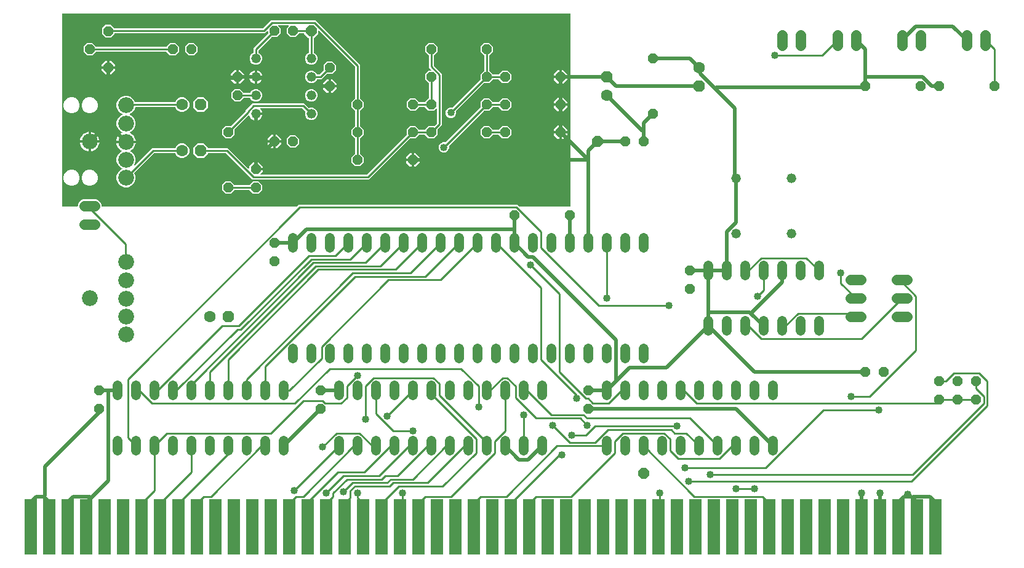
<source format=gtl>
G04 EAGLE Gerber RS-274X export*
G75*
%MOMM*%
%FSLAX34Y34*%
%LPD*%
%INTop Copper*%
%IPPOS*%
%AMOC8*
5,1,8,0,0,1.08239X$1,22.5*%
G01*
%ADD10P,1.429621X8X292.500000*%
%ADD11P,1.429621X8X202.500000*%
%ADD12C,1.320800*%
%ADD13P,1.732040X8X22.500000*%
%ADD14C,1.600200*%
%ADD15P,1.429621X8X112.500000*%
%ADD16C,1.422400*%
%ADD17C,2.184400*%
%ADD18P,1.649562X8X292.500000*%
%ADD19P,1.732040X8X112.500000*%
%ADD20P,1.732040X8X292.500000*%
%ADD21R,1.780000X7.620000*%
%ADD22C,1.320800*%
%ADD23P,1.539592X8X22.500000*%
%ADD24P,1.649562X8X22.500000*%
%ADD25P,1.429621X8X22.500000*%
%ADD26C,0.508000*%
%ADD27C,1.016000*%
%ADD28C,0.254000*%

G36*
X97302Y481842D02*
X97302Y481842D01*
X97321Y481840D01*
X97423Y481862D01*
X97525Y481879D01*
X97542Y481888D01*
X97562Y481892D01*
X97651Y481945D01*
X97742Y481994D01*
X97756Y482008D01*
X97773Y482018D01*
X97840Y482097D01*
X97912Y482172D01*
X97920Y482190D01*
X97933Y482205D01*
X97972Y482301D01*
X98015Y482395D01*
X98017Y482415D01*
X98025Y482433D01*
X98043Y482600D01*
X98043Y484419D01*
X99435Y487780D01*
X102008Y490353D01*
X105369Y491745D01*
X123231Y491745D01*
X126592Y490353D01*
X129165Y487780D01*
X130557Y484419D01*
X130557Y482600D01*
X130560Y482580D01*
X130558Y482561D01*
X130580Y482459D01*
X130596Y482357D01*
X130606Y482340D01*
X130610Y482320D01*
X130663Y482231D01*
X130712Y482140D01*
X130726Y482126D01*
X130736Y482109D01*
X130815Y482042D01*
X130890Y481971D01*
X130908Y481962D01*
X130923Y481949D01*
X131019Y481910D01*
X131113Y481867D01*
X131133Y481865D01*
X131151Y481857D01*
X131318Y481839D01*
X399065Y481839D01*
X399155Y481854D01*
X399246Y481861D01*
X399276Y481873D01*
X399308Y481879D01*
X399389Y481921D01*
X399472Y481957D01*
X399505Y481983D01*
X399525Y481994D01*
X399547Y482017D01*
X399603Y482062D01*
X401857Y484315D01*
X703043Y484315D01*
X705297Y482062D01*
X705370Y482009D01*
X705440Y481949D01*
X705470Y481937D01*
X705496Y481918D01*
X705583Y481891D01*
X705668Y481857D01*
X705709Y481853D01*
X705731Y481846D01*
X705764Y481847D01*
X705835Y481839D01*
X774700Y481839D01*
X774720Y481842D01*
X774739Y481840D01*
X774841Y481862D01*
X774943Y481879D01*
X774960Y481888D01*
X774980Y481892D01*
X775069Y481945D01*
X775160Y481994D01*
X775174Y482008D01*
X775191Y482018D01*
X775258Y482097D01*
X775330Y482172D01*
X775338Y482190D01*
X775351Y482205D01*
X775390Y482301D01*
X775433Y482395D01*
X775435Y482415D01*
X775443Y482433D01*
X775461Y482600D01*
X775461Y747268D01*
X775458Y747288D01*
X775460Y747307D01*
X775438Y747409D01*
X775422Y747511D01*
X775412Y747528D01*
X775408Y747548D01*
X775355Y747637D01*
X775306Y747728D01*
X775292Y747742D01*
X775282Y747759D01*
X775203Y747826D01*
X775128Y747898D01*
X775110Y747906D01*
X775095Y747919D01*
X774999Y747958D01*
X774905Y748001D01*
X774885Y748003D01*
X774867Y748011D01*
X774700Y748029D01*
X77165Y748029D01*
X77145Y748026D01*
X77126Y748028D01*
X77024Y748006D01*
X76922Y747990D01*
X76905Y747980D01*
X76885Y747976D01*
X76796Y747923D01*
X76705Y747874D01*
X76691Y747860D01*
X76674Y747850D01*
X76607Y747771D01*
X76536Y747696D01*
X76527Y747678D01*
X76514Y747663D01*
X76476Y747567D01*
X76432Y747473D01*
X76430Y747453D01*
X76422Y747435D01*
X76404Y747268D01*
X76404Y482600D01*
X76407Y482580D01*
X76405Y482561D01*
X76427Y482459D01*
X76444Y482357D01*
X76453Y482340D01*
X76457Y482320D01*
X76510Y482231D01*
X76559Y482140D01*
X76573Y482126D01*
X76583Y482109D01*
X76662Y482042D01*
X76737Y481971D01*
X76755Y481962D01*
X76770Y481949D01*
X76867Y481910D01*
X76960Y481867D01*
X76980Y481865D01*
X76998Y481857D01*
X77165Y481839D01*
X97282Y481839D01*
X97302Y481842D01*
G37*
%LPC*%
G36*
X479023Y537463D02*
X479023Y537463D01*
X473963Y542523D01*
X473963Y549677D01*
X479074Y554788D01*
X479127Y554862D01*
X479187Y554932D01*
X479199Y554962D01*
X479218Y554988D01*
X479245Y555075D01*
X479279Y555160D01*
X479283Y555201D01*
X479290Y555223D01*
X479289Y555255D01*
X479297Y555327D01*
X479297Y574973D01*
X479283Y575063D01*
X479275Y575154D01*
X479263Y575184D01*
X479258Y575216D01*
X479215Y575297D01*
X479179Y575381D01*
X479153Y575413D01*
X479142Y575433D01*
X479119Y575456D01*
X479074Y575512D01*
X473963Y580623D01*
X473963Y587777D01*
X479074Y592888D01*
X479127Y592962D01*
X479187Y593032D01*
X479199Y593062D01*
X479218Y593088D01*
X479245Y593175D01*
X479279Y593260D01*
X479283Y593301D01*
X479290Y593323D01*
X479289Y593355D01*
X479297Y593427D01*
X479297Y613073D01*
X479283Y613163D01*
X479275Y613254D01*
X479263Y613284D01*
X479258Y613316D01*
X479215Y613397D01*
X479179Y613481D01*
X479153Y613513D01*
X479142Y613533D01*
X479119Y613556D01*
X479074Y613612D01*
X473963Y618723D01*
X473963Y625877D01*
X479074Y630988D01*
X479127Y631062D01*
X479187Y631132D01*
X479199Y631162D01*
X479218Y631188D01*
X479245Y631275D01*
X479279Y631360D01*
X479283Y631401D01*
X479290Y631423D01*
X479289Y631455D01*
X479297Y631527D01*
X479297Y674592D01*
X479283Y674682D01*
X479275Y674773D01*
X479263Y674802D01*
X479258Y674834D01*
X479215Y674915D01*
X479179Y674999D01*
X479153Y675031D01*
X479142Y675052D01*
X479119Y675074D01*
X479074Y675130D01*
X430052Y724152D01*
X429994Y724194D01*
X429942Y724243D01*
X429895Y724265D01*
X429853Y724296D01*
X429784Y724317D01*
X429719Y724347D01*
X429667Y724353D01*
X429617Y724368D01*
X429546Y724366D01*
X429475Y724374D01*
X429424Y724363D01*
X429372Y724362D01*
X429304Y724337D01*
X429234Y724322D01*
X429189Y724295D01*
X429141Y724277D01*
X429085Y724232D01*
X429023Y724195D01*
X428989Y724156D01*
X428949Y724123D01*
X428910Y724063D01*
X428863Y724009D01*
X428844Y723960D01*
X428816Y723916D01*
X428798Y723847D01*
X428771Y723780D01*
X428763Y723709D01*
X428755Y723678D01*
X428757Y723655D01*
X428753Y723614D01*
X428753Y719902D01*
X423090Y714239D01*
X423023Y714224D01*
X422921Y714208D01*
X422904Y714198D01*
X422884Y714194D01*
X422795Y714141D01*
X422704Y714092D01*
X422690Y714078D01*
X422673Y714068D01*
X422606Y713989D01*
X422534Y713914D01*
X422526Y713896D01*
X422513Y713881D01*
X422474Y713785D01*
X422431Y713691D01*
X422429Y713671D01*
X422421Y713653D01*
X422403Y713486D01*
X422403Y694289D01*
X422422Y694174D01*
X422439Y694058D01*
X422441Y694052D01*
X422442Y694046D01*
X422497Y693944D01*
X422550Y693839D01*
X422555Y693834D01*
X422558Y693829D01*
X422642Y693749D01*
X422726Y693667D01*
X422732Y693663D01*
X422736Y693659D01*
X422753Y693652D01*
X422873Y693586D01*
X423992Y693122D01*
X426422Y690692D01*
X427737Y687518D01*
X427737Y684082D01*
X426422Y680908D01*
X423992Y678478D01*
X420818Y677163D01*
X417382Y677163D01*
X414208Y678478D01*
X411778Y680908D01*
X410463Y684082D01*
X410463Y687518D01*
X411778Y690692D01*
X414208Y693122D01*
X415327Y693586D01*
X415427Y693647D01*
X415527Y693707D01*
X415531Y693712D01*
X415536Y693715D01*
X415611Y693805D01*
X415687Y693894D01*
X415689Y693900D01*
X415693Y693905D01*
X415735Y694013D01*
X415779Y694122D01*
X415780Y694130D01*
X415781Y694134D01*
X415782Y694153D01*
X415797Y694289D01*
X415797Y713486D01*
X415794Y713506D01*
X415796Y713525D01*
X415774Y713627D01*
X415758Y713729D01*
X415748Y713746D01*
X415744Y713766D01*
X415691Y713855D01*
X415642Y713946D01*
X415628Y713960D01*
X415618Y713977D01*
X415539Y714044D01*
X415464Y714116D01*
X415446Y714124D01*
X415431Y714137D01*
X415335Y714176D01*
X415241Y714219D01*
X415221Y714221D01*
X415203Y714229D01*
X415110Y714239D01*
X409439Y719910D01*
X409424Y719977D01*
X409408Y720079D01*
X409398Y720096D01*
X409394Y720116D01*
X409341Y720205D01*
X409292Y720296D01*
X409278Y720310D01*
X409268Y720327D01*
X409189Y720394D01*
X409114Y720466D01*
X409096Y720474D01*
X409081Y720487D01*
X408985Y720526D01*
X408891Y720569D01*
X408871Y720571D01*
X408853Y720579D01*
X408686Y720597D01*
X402927Y720597D01*
X402837Y720583D01*
X402746Y720575D01*
X402716Y720563D01*
X402684Y720558D01*
X402603Y720515D01*
X402519Y720479D01*
X402487Y720453D01*
X402467Y720442D01*
X402444Y720419D01*
X402388Y720374D01*
X397277Y715263D01*
X390123Y715263D01*
X385063Y720323D01*
X385063Y727477D01*
X387996Y730410D01*
X388038Y730468D01*
X388087Y730520D01*
X388109Y730568D01*
X388140Y730610D01*
X388161Y730678D01*
X388191Y730744D01*
X388197Y730795D01*
X388212Y730845D01*
X388210Y730917D01*
X388218Y730988D01*
X388207Y731039D01*
X388206Y731091D01*
X388181Y731158D01*
X388166Y731228D01*
X388139Y731273D01*
X388121Y731322D01*
X388076Y731378D01*
X388040Y731439D01*
X388000Y731473D01*
X387967Y731514D01*
X387907Y731553D01*
X387853Y731599D01*
X387804Y731619D01*
X387761Y731647D01*
X387691Y731664D01*
X387625Y731691D01*
X387553Y731699D01*
X387522Y731707D01*
X387499Y731705D01*
X387458Y731710D01*
X374542Y731710D01*
X374471Y731698D01*
X374400Y731696D01*
X374351Y731678D01*
X374299Y731670D01*
X374236Y731636D01*
X374169Y731612D01*
X374128Y731579D01*
X374082Y731555D01*
X374033Y731503D01*
X373977Y731458D01*
X373949Y731414D01*
X373913Y731377D01*
X373883Y731312D01*
X373844Y731251D01*
X373831Y731201D01*
X373809Y731154D01*
X373801Y731082D01*
X373784Y731013D01*
X373788Y730961D01*
X373782Y730909D01*
X373797Y730839D01*
X373803Y730768D01*
X373823Y730720D01*
X373834Y730669D01*
X373871Y730607D01*
X373899Y730541D01*
X373944Y730485D01*
X373960Y730458D01*
X373978Y730442D01*
X374004Y730410D01*
X376937Y727477D01*
X376937Y720323D01*
X371877Y715263D01*
X364649Y715263D01*
X364559Y715249D01*
X364468Y715241D01*
X364439Y715229D01*
X364407Y715224D01*
X364326Y715181D01*
X364242Y715145D01*
X364210Y715119D01*
X364189Y715108D01*
X364167Y715085D01*
X364111Y715040D01*
X346426Y697355D01*
X346373Y697281D01*
X346313Y697212D01*
X346301Y697181D01*
X346282Y697155D01*
X346255Y697068D01*
X346221Y696983D01*
X346217Y696942D01*
X346210Y696920D01*
X346211Y696888D01*
X346203Y696817D01*
X346203Y694289D01*
X346222Y694174D01*
X346239Y694058D01*
X346241Y694052D01*
X346242Y694046D01*
X346297Y693944D01*
X346350Y693839D01*
X346355Y693834D01*
X346358Y693829D01*
X346442Y693749D01*
X346526Y693667D01*
X346532Y693663D01*
X346536Y693659D01*
X346553Y693652D01*
X346673Y693586D01*
X347792Y693122D01*
X350222Y690692D01*
X351537Y687518D01*
X351537Y684082D01*
X350222Y680908D01*
X347792Y678478D01*
X344618Y677163D01*
X341182Y677163D01*
X338008Y678478D01*
X335578Y680908D01*
X334263Y684082D01*
X334263Y687518D01*
X335578Y690692D01*
X338008Y693122D01*
X339127Y693586D01*
X339227Y693647D01*
X339327Y693707D01*
X339331Y693712D01*
X339336Y693715D01*
X339411Y693805D01*
X339487Y693894D01*
X339489Y693900D01*
X339493Y693905D01*
X339535Y694013D01*
X339579Y694122D01*
X339580Y694130D01*
X339581Y694134D01*
X339582Y694153D01*
X339597Y694289D01*
X339597Y699868D01*
X359440Y719711D01*
X359493Y719785D01*
X359553Y719854D01*
X359565Y719885D01*
X359584Y719911D01*
X359611Y719998D01*
X359645Y720083D01*
X359649Y720124D01*
X359656Y720146D01*
X359655Y720178D01*
X359663Y720249D01*
X359663Y723042D01*
X359652Y723113D01*
X359650Y723185D01*
X359632Y723234D01*
X359624Y723285D01*
X359590Y723348D01*
X359565Y723416D01*
X359533Y723456D01*
X359508Y723502D01*
X359456Y723552D01*
X359412Y723608D01*
X359368Y723636D01*
X359330Y723672D01*
X359265Y723702D01*
X359205Y723741D01*
X359154Y723753D01*
X359107Y723775D01*
X359036Y723783D01*
X358966Y723801D01*
X358914Y723797D01*
X358863Y723802D01*
X358792Y723787D01*
X358721Y723782D01*
X358673Y723761D01*
X358622Y723750D01*
X358561Y723713D01*
X358495Y723685D01*
X358439Y723640D01*
X358411Y723624D01*
X358396Y723606D01*
X358364Y723580D01*
X355381Y720597D01*
X149098Y720597D01*
X149078Y720594D01*
X149059Y720596D01*
X148957Y720574D01*
X148855Y720558D01*
X148838Y720548D01*
X148818Y720544D01*
X148729Y720491D01*
X148638Y720442D01*
X148624Y720428D01*
X148607Y720418D01*
X148540Y720339D01*
X148468Y720264D01*
X148460Y720246D01*
X148447Y720231D01*
X148412Y720144D01*
X143277Y715009D01*
X136123Y715009D01*
X131063Y720069D01*
X131063Y727223D01*
X136123Y732283D01*
X143277Y732283D01*
X148134Y727426D01*
X148208Y727373D01*
X148278Y727313D01*
X148308Y727301D01*
X148334Y727282D01*
X148421Y727255D01*
X148506Y727221D01*
X148547Y727217D01*
X148569Y727210D01*
X148601Y727211D01*
X148673Y727203D01*
X352329Y727203D01*
X352419Y727217D01*
X352510Y727225D01*
X352540Y727237D01*
X352572Y727242D01*
X352653Y727285D01*
X352736Y727321D01*
X352769Y727347D01*
X352789Y727358D01*
X352811Y727381D01*
X352867Y727426D01*
X363757Y738315D01*
X425231Y738315D01*
X485903Y677643D01*
X485903Y631527D01*
X485918Y631436D01*
X485925Y631346D01*
X485937Y631316D01*
X485942Y631284D01*
X485985Y631203D01*
X486021Y631119D01*
X486047Y631087D01*
X486058Y631067D01*
X486081Y631044D01*
X486126Y630988D01*
X491237Y625877D01*
X491237Y618723D01*
X486126Y613612D01*
X486073Y613538D01*
X486013Y613468D01*
X486001Y613438D01*
X485982Y613412D01*
X485955Y613325D01*
X485921Y613240D01*
X485917Y613199D01*
X485910Y613177D01*
X485911Y613145D01*
X485903Y613073D01*
X485903Y593427D01*
X485917Y593337D01*
X485925Y593246D01*
X485937Y593216D01*
X485942Y593184D01*
X485985Y593103D01*
X486021Y593019D01*
X486047Y592987D01*
X486058Y592967D01*
X486081Y592944D01*
X486126Y592888D01*
X491237Y587777D01*
X491237Y580623D01*
X486126Y575512D01*
X486073Y575438D01*
X486013Y575368D01*
X486001Y575338D01*
X485982Y575312D01*
X485955Y575225D01*
X485921Y575140D01*
X485917Y575099D01*
X485910Y575077D01*
X485911Y575045D01*
X485903Y574973D01*
X485903Y555327D01*
X485917Y555237D01*
X485925Y555146D01*
X485937Y555116D01*
X485942Y555084D01*
X485985Y555003D01*
X486021Y554919D01*
X486047Y554887D01*
X486058Y554867D01*
X486081Y554844D01*
X486126Y554788D01*
X491237Y549677D01*
X491237Y542523D01*
X486177Y537463D01*
X479023Y537463D01*
G37*
%LPD*%
%LPC*%
G36*
X338357Y518985D02*
X338357Y518985D01*
X302067Y555274D01*
X301993Y555327D01*
X301924Y555387D01*
X301894Y555399D01*
X301868Y555418D01*
X301781Y555445D01*
X301696Y555479D01*
X301655Y555483D01*
X301633Y555490D01*
X301600Y555489D01*
X301529Y555497D01*
X277495Y555497D01*
X277475Y555494D01*
X277456Y555496D01*
X277354Y555474D01*
X277252Y555458D01*
X277235Y555448D01*
X277215Y555444D01*
X277126Y555391D01*
X277035Y555342D01*
X277021Y555328D01*
X277004Y555318D01*
X276937Y555239D01*
X276865Y555164D01*
X276857Y555146D01*
X276844Y555131D01*
X276805Y555035D01*
X276762Y554941D01*
X276760Y554921D01*
X276752Y554903D01*
X276734Y554736D01*
X276734Y554644D01*
X270856Y548766D01*
X262544Y548766D01*
X256666Y554644D01*
X256666Y562956D01*
X262544Y568834D01*
X270856Y568834D01*
X276734Y562956D01*
X276734Y562864D01*
X276737Y562844D01*
X276735Y562825D01*
X276757Y562723D01*
X276773Y562621D01*
X276783Y562604D01*
X276787Y562584D01*
X276840Y562495D01*
X276889Y562404D01*
X276903Y562390D01*
X276913Y562373D01*
X276992Y562306D01*
X277067Y562234D01*
X277085Y562226D01*
X277100Y562213D01*
X277196Y562174D01*
X277290Y562131D01*
X277310Y562129D01*
X277328Y562121D01*
X277495Y562103D01*
X304581Y562103D01*
X332456Y534228D01*
X332514Y534186D01*
X332566Y534136D01*
X332613Y534114D01*
X332655Y534084D01*
X332724Y534063D01*
X332789Y534033D01*
X332841Y534027D01*
X332891Y534012D01*
X332962Y534013D01*
X333033Y534006D01*
X333084Y534017D01*
X333136Y534018D01*
X333204Y534043D01*
X333274Y534058D01*
X333319Y534085D01*
X333367Y534102D01*
X333423Y534147D01*
X333485Y534184D01*
X333519Y534224D01*
X333559Y534256D01*
X333598Y534316D01*
X333645Y534371D01*
X333664Y534419D01*
X333692Y534463D01*
X333710Y534533D01*
X333737Y534599D01*
X333745Y534670D01*
X333753Y534702D01*
X333751Y534725D01*
X333755Y534766D01*
X333755Y537188D01*
X339112Y542545D01*
X341377Y542545D01*
X341377Y534162D01*
X341380Y534142D01*
X341378Y534123D01*
X341400Y534021D01*
X341417Y533919D01*
X341426Y533902D01*
X341430Y533882D01*
X341483Y533793D01*
X341532Y533702D01*
X341546Y533688D01*
X341556Y533671D01*
X341635Y533604D01*
X341710Y533533D01*
X341728Y533524D01*
X341743Y533511D01*
X341839Y533473D01*
X341933Y533429D01*
X341953Y533427D01*
X341971Y533419D01*
X342138Y533401D01*
X342901Y533401D01*
X342901Y532638D01*
X342904Y532618D01*
X342902Y532599D01*
X342924Y532497D01*
X342941Y532395D01*
X342950Y532378D01*
X342954Y532358D01*
X343007Y532269D01*
X343056Y532178D01*
X343070Y532164D01*
X343080Y532147D01*
X343159Y532080D01*
X343234Y532009D01*
X343252Y532000D01*
X343267Y531987D01*
X343363Y531948D01*
X343457Y531905D01*
X343477Y531903D01*
X343495Y531895D01*
X343662Y531877D01*
X352045Y531877D01*
X352045Y529612D01*
X349322Y526890D01*
X349280Y526832D01*
X349231Y526780D01*
X349209Y526732D01*
X349179Y526690D01*
X349158Y526622D01*
X349127Y526556D01*
X349122Y526505D01*
X349106Y526455D01*
X349108Y526383D01*
X349100Y526312D01*
X349111Y526261D01*
X349113Y526209D01*
X349137Y526142D01*
X349153Y526072D01*
X349179Y526027D01*
X349197Y525978D01*
X349242Y525922D01*
X349279Y525861D01*
X349318Y525827D01*
X349351Y525786D01*
X349411Y525747D01*
X349466Y525701D01*
X349514Y525681D01*
X349558Y525653D01*
X349627Y525636D01*
X349694Y525609D01*
X349765Y525601D01*
X349796Y525593D01*
X349820Y525595D01*
X349861Y525590D01*
X495204Y525590D01*
X495294Y525605D01*
X495385Y525612D01*
X495415Y525625D01*
X495447Y525630D01*
X495528Y525673D01*
X495611Y525708D01*
X495644Y525734D01*
X495664Y525745D01*
X495686Y525768D01*
X495742Y525813D01*
X549940Y580011D01*
X549993Y580085D01*
X550053Y580154D01*
X550065Y580185D01*
X550084Y580211D01*
X550111Y580298D01*
X550145Y580383D01*
X550149Y580424D01*
X550156Y580446D01*
X550155Y580478D01*
X550163Y580549D01*
X550163Y587777D01*
X555223Y592837D01*
X562377Y592837D01*
X567488Y587726D01*
X567562Y587673D01*
X567632Y587613D01*
X567662Y587601D01*
X567688Y587582D01*
X567775Y587555D01*
X567860Y587521D01*
X567901Y587517D01*
X567923Y587510D01*
X567955Y587511D01*
X568027Y587503D01*
X574973Y587503D01*
X575063Y587517D01*
X575154Y587525D01*
X575184Y587537D01*
X575216Y587542D01*
X575297Y587585D01*
X575381Y587621D01*
X575413Y587647D01*
X575433Y587658D01*
X575456Y587681D01*
X575512Y587726D01*
X580623Y592837D01*
X587851Y592837D01*
X587941Y592851D01*
X588032Y592859D01*
X588061Y592871D01*
X588093Y592876D01*
X588174Y592919D01*
X588258Y592955D01*
X588290Y592981D01*
X588311Y592992D01*
X588333Y593015D01*
X588389Y593060D01*
X591787Y596458D01*
X591840Y596532D01*
X591899Y596601D01*
X591911Y596631D01*
X591930Y596657D01*
X591957Y596744D01*
X591991Y596829D01*
X591996Y596870D01*
X592003Y596892D01*
X592002Y596925D01*
X592010Y596996D01*
X592010Y616058D01*
X591998Y616129D01*
X591996Y616200D01*
X591978Y616249D01*
X591970Y616301D01*
X591936Y616364D01*
X591912Y616431D01*
X591879Y616472D01*
X591855Y616518D01*
X591803Y616567D01*
X591758Y616623D01*
X591714Y616651D01*
X591677Y616687D01*
X591612Y616717D01*
X591551Y616756D01*
X591501Y616769D01*
X591454Y616791D01*
X591382Y616799D01*
X591313Y616816D01*
X591261Y616812D01*
X591209Y616818D01*
X591139Y616803D01*
X591068Y616797D01*
X591020Y616777D01*
X590969Y616766D01*
X590907Y616729D01*
X590841Y616701D01*
X590785Y616656D01*
X590758Y616640D01*
X590742Y616622D01*
X590710Y616596D01*
X587777Y613663D01*
X580623Y613663D01*
X575512Y618774D01*
X575438Y618827D01*
X575368Y618887D01*
X575338Y618899D01*
X575312Y618918D01*
X575225Y618945D01*
X575140Y618979D01*
X575099Y618983D01*
X575077Y618990D01*
X575045Y618989D01*
X574973Y618997D01*
X568027Y618997D01*
X567937Y618983D01*
X567846Y618975D01*
X567816Y618963D01*
X567784Y618958D01*
X567703Y618915D01*
X567619Y618879D01*
X567587Y618853D01*
X567567Y618842D01*
X567544Y618819D01*
X567488Y618774D01*
X562377Y613663D01*
X555223Y613663D01*
X550163Y618723D01*
X550163Y625877D01*
X555223Y630937D01*
X562377Y630937D01*
X567488Y625826D01*
X567562Y625773D01*
X567632Y625713D01*
X567662Y625701D01*
X567688Y625682D01*
X567775Y625655D01*
X567860Y625621D01*
X567901Y625617D01*
X567923Y625610D01*
X567955Y625611D01*
X568027Y625603D01*
X574973Y625603D01*
X575063Y625617D01*
X575154Y625625D01*
X575184Y625637D01*
X575216Y625642D01*
X575297Y625685D01*
X575381Y625721D01*
X575413Y625747D01*
X575433Y625758D01*
X575456Y625781D01*
X575512Y625826D01*
X580674Y630988D01*
X580727Y631062D01*
X580787Y631132D01*
X580799Y631162D01*
X580818Y631188D01*
X580845Y631275D01*
X580879Y631360D01*
X580883Y631401D01*
X580890Y631423D01*
X580889Y631455D01*
X580897Y631527D01*
X580897Y651173D01*
X580883Y651263D01*
X580875Y651354D01*
X580863Y651384D01*
X580858Y651416D01*
X580815Y651497D01*
X580779Y651581D01*
X580753Y651613D01*
X580742Y651633D01*
X580719Y651656D01*
X580674Y651712D01*
X575563Y656823D01*
X575563Y663977D01*
X580623Y669037D01*
X583342Y669037D01*
X583413Y669048D01*
X583485Y669050D01*
X583534Y669068D01*
X583585Y669076D01*
X583648Y669110D01*
X583716Y669135D01*
X583756Y669167D01*
X583802Y669192D01*
X583852Y669244D01*
X583908Y669288D01*
X583936Y669332D01*
X583972Y669370D01*
X584002Y669435D01*
X584041Y669495D01*
X584053Y669546D01*
X584075Y669593D01*
X584083Y669664D01*
X584101Y669734D01*
X584097Y669786D01*
X584102Y669837D01*
X584087Y669908D01*
X584082Y669979D01*
X584061Y670027D01*
X584050Y670078D01*
X584013Y670139D01*
X583985Y670205D01*
X583940Y670261D01*
X583924Y670289D01*
X583906Y670304D01*
X583880Y670336D01*
X580897Y673319D01*
X580897Y689273D01*
X580883Y689363D01*
X580875Y689454D01*
X580863Y689484D01*
X580858Y689516D01*
X580815Y689597D01*
X580779Y689681D01*
X580753Y689713D01*
X580742Y689733D01*
X580719Y689756D01*
X580674Y689812D01*
X575563Y694923D01*
X575563Y702077D01*
X580623Y707137D01*
X587777Y707137D01*
X592837Y702077D01*
X592837Y694923D01*
X587726Y689812D01*
X587673Y689738D01*
X587613Y689668D01*
X587601Y689638D01*
X587582Y689612D01*
X587555Y689525D01*
X587521Y689440D01*
X587517Y689399D01*
X587510Y689377D01*
X587511Y689345D01*
X587503Y689273D01*
X587503Y676371D01*
X587517Y676281D01*
X587525Y676190D01*
X587537Y676160D01*
X587542Y676128D01*
X587585Y676047D01*
X587621Y675964D01*
X587647Y675931D01*
X587658Y675911D01*
X587681Y675889D01*
X587726Y675833D01*
X598615Y664943D01*
X598615Y593944D01*
X593060Y588389D01*
X593007Y588315D01*
X592947Y588246D01*
X592935Y588215D01*
X592916Y588189D01*
X592889Y588102D01*
X592855Y588017D01*
X592851Y587976D01*
X592844Y587954D01*
X592845Y587922D01*
X592837Y587851D01*
X592837Y580623D01*
X587777Y575563D01*
X580623Y575563D01*
X575512Y580674D01*
X575438Y580727D01*
X575368Y580787D01*
X575338Y580799D01*
X575312Y580818D01*
X575225Y580845D01*
X575140Y580879D01*
X575099Y580883D01*
X575077Y580890D01*
X575045Y580889D01*
X574973Y580897D01*
X568027Y580897D01*
X567937Y580883D01*
X567846Y580875D01*
X567816Y580863D01*
X567784Y580858D01*
X567703Y580815D01*
X567619Y580779D01*
X567587Y580753D01*
X567567Y580742D01*
X567544Y580719D01*
X567488Y580674D01*
X562377Y575563D01*
X555149Y575563D01*
X555059Y575549D01*
X554968Y575541D01*
X554939Y575529D01*
X554907Y575524D01*
X554826Y575481D01*
X554742Y575445D01*
X554710Y575419D01*
X554689Y575408D01*
X554667Y575385D01*
X554611Y575340D01*
X498256Y518985D01*
X338357Y518985D01*
G37*
%LPD*%
%LPC*%
G36*
X161723Y508545D02*
X161723Y508545D01*
X156962Y510518D01*
X153318Y514162D01*
X151345Y518923D01*
X151345Y524077D01*
X153318Y528838D01*
X156962Y532482D01*
X158927Y533297D01*
X158988Y533335D01*
X159054Y533364D01*
X159092Y533399D01*
X159136Y533426D01*
X159182Y533482D01*
X159235Y533530D01*
X159260Y533576D01*
X159293Y533616D01*
X159319Y533683D01*
X159354Y533746D01*
X159363Y533797D01*
X159381Y533845D01*
X159385Y533917D01*
X159397Y533988D01*
X159390Y534039D01*
X159392Y534091D01*
X159372Y534160D01*
X159361Y534231D01*
X159338Y534277D01*
X159323Y534327D01*
X159283Y534386D01*
X159250Y534450D01*
X159213Y534487D01*
X159183Y534529D01*
X159126Y534572D01*
X159074Y534622D01*
X159012Y534657D01*
X158986Y534676D01*
X158963Y534683D01*
X158927Y534703D01*
X156962Y535518D01*
X153318Y539162D01*
X151345Y543923D01*
X151345Y549077D01*
X153318Y553838D01*
X156962Y557482D01*
X157869Y557858D01*
X157904Y557880D01*
X157944Y557894D01*
X158008Y557945D01*
X158078Y557988D01*
X158104Y558020D01*
X158137Y558046D01*
X158182Y558114D01*
X158234Y558177D01*
X158250Y558216D01*
X158273Y558251D01*
X158293Y558330D01*
X158323Y558407D01*
X158324Y558449D01*
X158335Y558489D01*
X158330Y558571D01*
X158333Y558653D01*
X158321Y558693D01*
X158319Y558735D01*
X158287Y558810D01*
X158265Y558889D01*
X158241Y558923D01*
X158225Y558962D01*
X158171Y559024D01*
X158124Y559091D01*
X158091Y559116D01*
X158063Y559148D01*
X157934Y559233D01*
X157927Y559238D01*
X157925Y559238D01*
X157923Y559240D01*
X157244Y559586D01*
X155530Y560831D01*
X154031Y562330D01*
X152786Y564044D01*
X151824Y565932D01*
X151169Y567948D01*
X150911Y569577D01*
X163538Y569577D01*
X163558Y569580D01*
X163577Y569578D01*
X163679Y569600D01*
X163781Y569617D01*
X163798Y569626D01*
X163818Y569630D01*
X163907Y569683D01*
X163998Y569732D01*
X164012Y569746D01*
X164029Y569756D01*
X164096Y569835D01*
X164167Y569910D01*
X164176Y569928D01*
X164189Y569943D01*
X164227Y570039D01*
X164271Y570133D01*
X164273Y570153D01*
X164281Y570171D01*
X164299Y570338D01*
X164299Y571862D01*
X164296Y571882D01*
X164298Y571901D01*
X164276Y572003D01*
X164259Y572105D01*
X164250Y572122D01*
X164246Y572142D01*
X164193Y572231D01*
X164144Y572322D01*
X164130Y572336D01*
X164120Y572353D01*
X164041Y572420D01*
X163966Y572491D01*
X163948Y572500D01*
X163933Y572513D01*
X163837Y572552D01*
X163743Y572595D01*
X163723Y572597D01*
X163705Y572605D01*
X163538Y572623D01*
X150911Y572623D01*
X151169Y574252D01*
X151824Y576268D01*
X152786Y578156D01*
X154031Y579870D01*
X155530Y581369D01*
X157244Y582614D01*
X158789Y583402D01*
X158823Y583426D01*
X158861Y583443D01*
X158921Y583499D01*
X158987Y583547D01*
X159011Y583582D01*
X159042Y583610D01*
X159082Y583682D01*
X159129Y583748D01*
X159141Y583789D01*
X159161Y583825D01*
X159175Y583906D01*
X159199Y583984D01*
X159197Y584026D01*
X159205Y584067D01*
X159193Y584148D01*
X159190Y584230D01*
X159175Y584269D01*
X159169Y584311D01*
X159132Y584384D01*
X159103Y584460D01*
X159076Y584493D01*
X159057Y584530D01*
X158999Y584587D01*
X158947Y584651D01*
X158912Y584673D01*
X158882Y584702D01*
X158746Y584777D01*
X158739Y584781D01*
X158737Y584782D01*
X158735Y584783D01*
X156962Y585518D01*
X153318Y589162D01*
X151345Y593923D01*
X151345Y599077D01*
X153318Y603838D01*
X156962Y607482D01*
X158927Y608297D01*
X158988Y608335D01*
X159054Y608364D01*
X159092Y608399D01*
X159136Y608426D01*
X159182Y608482D01*
X159235Y608530D01*
X159260Y608576D01*
X159293Y608616D01*
X159319Y608683D01*
X159354Y608746D01*
X159363Y608797D01*
X159381Y608845D01*
X159385Y608917D01*
X159397Y608988D01*
X159390Y609039D01*
X159392Y609091D01*
X159372Y609160D01*
X159361Y609231D01*
X159338Y609277D01*
X159323Y609327D01*
X159283Y609386D01*
X159250Y609450D01*
X159213Y609487D01*
X159183Y609529D01*
X159126Y609572D01*
X159074Y609622D01*
X159012Y609657D01*
X158986Y609676D01*
X158963Y609683D01*
X158927Y609703D01*
X156962Y610518D01*
X153318Y614162D01*
X151345Y618923D01*
X151345Y624077D01*
X153318Y628838D01*
X156962Y632482D01*
X161723Y634455D01*
X166877Y634455D01*
X171638Y632482D01*
X175282Y628838D01*
X176428Y626073D01*
X176490Y625973D01*
X176550Y625873D01*
X176554Y625869D01*
X176558Y625864D01*
X176648Y625789D01*
X176736Y625713D01*
X176742Y625711D01*
X176747Y625707D01*
X176856Y625665D01*
X176965Y625621D01*
X176972Y625620D01*
X176977Y625619D01*
X176995Y625618D01*
X177131Y625603D01*
X231299Y625603D01*
X231414Y625622D01*
X231530Y625639D01*
X231536Y625641D01*
X231542Y625642D01*
X231644Y625697D01*
X231749Y625750D01*
X231754Y625755D01*
X231759Y625758D01*
X231839Y625842D01*
X231921Y625926D01*
X231925Y625932D01*
X231928Y625936D01*
X231936Y625953D01*
X232002Y626073D01*
X232794Y627984D01*
X235616Y630806D01*
X239304Y632334D01*
X243296Y632334D01*
X246984Y630806D01*
X249806Y627984D01*
X251334Y624296D01*
X251334Y620304D01*
X249806Y616616D01*
X246984Y613794D01*
X243296Y612266D01*
X239304Y612266D01*
X235616Y613794D01*
X232794Y616616D01*
X232002Y618527D01*
X231941Y618627D01*
X231881Y618727D01*
X231876Y618731D01*
X231873Y618736D01*
X231783Y618811D01*
X231694Y618887D01*
X231688Y618889D01*
X231683Y618893D01*
X231575Y618935D01*
X231466Y618979D01*
X231458Y618980D01*
X231454Y618981D01*
X231435Y618982D01*
X231299Y618997D01*
X177794Y618997D01*
X177679Y618978D01*
X177563Y618961D01*
X177558Y618959D01*
X177551Y618958D01*
X177449Y618903D01*
X177344Y618850D01*
X177339Y618845D01*
X177334Y618842D01*
X177254Y618758D01*
X177172Y618674D01*
X177168Y618668D01*
X177165Y618664D01*
X177157Y618647D01*
X177091Y618527D01*
X175282Y614162D01*
X171638Y610518D01*
X169673Y609703D01*
X169612Y609665D01*
X169546Y609636D01*
X169508Y609601D01*
X169464Y609574D01*
X169418Y609518D01*
X169365Y609470D01*
X169340Y609424D01*
X169307Y609384D01*
X169281Y609317D01*
X169246Y609254D01*
X169237Y609203D01*
X169219Y609155D01*
X169215Y609083D01*
X169203Y609012D01*
X169210Y608961D01*
X169208Y608909D01*
X169228Y608840D01*
X169239Y608769D01*
X169262Y608723D01*
X169277Y608673D01*
X169317Y608614D01*
X169350Y608550D01*
X169387Y608513D01*
X169417Y608471D01*
X169474Y608428D01*
X169526Y608378D01*
X169588Y608343D01*
X169614Y608324D01*
X169637Y608317D01*
X169673Y608297D01*
X171638Y607482D01*
X175282Y603838D01*
X177255Y599077D01*
X177255Y593923D01*
X175282Y589162D01*
X171638Y585518D01*
X169865Y584783D01*
X169830Y584761D01*
X169790Y584747D01*
X169726Y584697D01*
X169656Y584654D01*
X169629Y584621D01*
X169596Y584595D01*
X169552Y584527D01*
X169499Y584464D01*
X169484Y584425D01*
X169461Y584390D01*
X169441Y584311D01*
X169411Y584234D01*
X169409Y584193D01*
X169399Y584152D01*
X169404Y584070D01*
X169401Y583989D01*
X169413Y583948D01*
X169415Y583906D01*
X169447Y583831D01*
X169469Y583752D01*
X169493Y583718D01*
X169509Y583679D01*
X169563Y583618D01*
X169610Y583550D01*
X169643Y583525D01*
X169671Y583494D01*
X169800Y583409D01*
X169807Y583404D01*
X169809Y583403D01*
X169811Y583402D01*
X171356Y582614D01*
X173070Y581369D01*
X174569Y579870D01*
X175814Y578156D01*
X176776Y576268D01*
X177431Y574252D01*
X177689Y572623D01*
X165062Y572623D01*
X165042Y572620D01*
X165023Y572622D01*
X164921Y572600D01*
X164819Y572583D01*
X164802Y572574D01*
X164782Y572570D01*
X164693Y572517D01*
X164602Y572468D01*
X164588Y572454D01*
X164571Y572444D01*
X164504Y572365D01*
X164433Y572290D01*
X164424Y572272D01*
X164411Y572257D01*
X164373Y572161D01*
X164329Y572067D01*
X164327Y572047D01*
X164319Y572029D01*
X164301Y571862D01*
X164301Y570338D01*
X164304Y570318D01*
X164302Y570299D01*
X164324Y570197D01*
X164341Y570095D01*
X164350Y570078D01*
X164354Y570058D01*
X164407Y569969D01*
X164456Y569878D01*
X164470Y569864D01*
X164480Y569847D01*
X164559Y569780D01*
X164634Y569709D01*
X164652Y569700D01*
X164667Y569687D01*
X164763Y569648D01*
X164857Y569605D01*
X164877Y569603D01*
X164895Y569595D01*
X165062Y569577D01*
X177689Y569577D01*
X177431Y567948D01*
X176776Y565932D01*
X175814Y564044D01*
X174569Y562330D01*
X173070Y560831D01*
X171356Y559586D01*
X170677Y559240D01*
X170643Y559215D01*
X170605Y559198D01*
X170545Y559143D01*
X170479Y559094D01*
X170455Y559060D01*
X170424Y559031D01*
X170385Y558960D01*
X170337Y558893D01*
X170325Y558853D01*
X170305Y558816D01*
X170291Y558735D01*
X170267Y558657D01*
X170269Y558615D01*
X170262Y558574D01*
X170273Y558493D01*
X170276Y558411D01*
X170291Y558372D01*
X170297Y558330D01*
X170334Y558257D01*
X170363Y558181D01*
X170390Y558149D01*
X170409Y558111D01*
X170467Y558054D01*
X170519Y557991D01*
X170555Y557968D01*
X170584Y557939D01*
X170720Y557864D01*
X170727Y557860D01*
X170729Y557859D01*
X170731Y557858D01*
X171638Y557482D01*
X175282Y553838D01*
X177255Y549077D01*
X177255Y543923D01*
X175318Y539247D01*
X175296Y539153D01*
X175267Y539060D01*
X175268Y539033D01*
X175262Y539008D01*
X175271Y538911D01*
X175273Y538814D01*
X175282Y538789D01*
X175285Y538763D01*
X175325Y538674D01*
X175358Y538583D01*
X175374Y538562D01*
X175385Y538538D01*
X175451Y538467D01*
X175512Y538391D01*
X175534Y538377D01*
X175551Y538357D01*
X175637Y538310D01*
X175719Y538258D01*
X175744Y538251D01*
X175767Y538239D01*
X175863Y538221D01*
X175957Y538198D01*
X175983Y538200D01*
X176009Y538195D01*
X176105Y538209D01*
X176202Y538217D01*
X176226Y538227D01*
X176252Y538231D01*
X176339Y538275D01*
X176429Y538313D01*
X176454Y538333D01*
X176471Y538342D01*
X176495Y538366D01*
X176560Y538418D01*
X200244Y562103D01*
X231299Y562103D01*
X231414Y562122D01*
X231530Y562139D01*
X231536Y562141D01*
X231542Y562142D01*
X231644Y562197D01*
X231749Y562250D01*
X231754Y562255D01*
X231759Y562258D01*
X231839Y562342D01*
X231921Y562426D01*
X231925Y562432D01*
X231928Y562436D01*
X231936Y562453D01*
X232002Y562573D01*
X232794Y564484D01*
X235616Y567306D01*
X239304Y568834D01*
X243296Y568834D01*
X246984Y567306D01*
X249806Y564484D01*
X251334Y560796D01*
X251334Y556804D01*
X249806Y553116D01*
X246984Y550294D01*
X243296Y548766D01*
X239304Y548766D01*
X235616Y550294D01*
X232794Y553116D01*
X232002Y555027D01*
X231941Y555127D01*
X231881Y555227D01*
X231876Y555231D01*
X231873Y555236D01*
X231783Y555311D01*
X231694Y555387D01*
X231688Y555389D01*
X231683Y555393D01*
X231575Y555435D01*
X231466Y555479D01*
X231458Y555480D01*
X231454Y555481D01*
X231435Y555482D01*
X231299Y555497D01*
X203296Y555497D01*
X203206Y555483D01*
X203115Y555475D01*
X203085Y555463D01*
X203053Y555458D01*
X202972Y555415D01*
X202889Y555379D01*
X202856Y555353D01*
X202836Y555342D01*
X202814Y555319D01*
X202758Y555274D01*
X175946Y528463D01*
X175879Y528369D01*
X175809Y528275D01*
X175807Y528269D01*
X175803Y528263D01*
X175769Y528153D01*
X175732Y528041D01*
X175732Y528034D01*
X175731Y528028D01*
X175734Y527912D01*
X175735Y527795D01*
X175737Y527788D01*
X175737Y527783D01*
X175743Y527765D01*
X175781Y527634D01*
X177255Y524077D01*
X177255Y518923D01*
X175282Y514162D01*
X171638Y510518D01*
X166877Y508545D01*
X161723Y508545D01*
G37*
%LPD*%
%LPC*%
G36*
X609773Y604075D02*
X609773Y604075D01*
X607158Y605158D01*
X605158Y607158D01*
X604075Y609773D01*
X604075Y612602D01*
X605158Y615217D01*
X607158Y617217D01*
X609773Y618300D01*
X612602Y618300D01*
X612859Y618194D01*
X612972Y618168D01*
X613086Y618139D01*
X613092Y618139D01*
X613098Y618138D01*
X613215Y618149D01*
X613331Y618158D01*
X613337Y618160D01*
X613343Y618161D01*
X613451Y618209D01*
X613557Y618254D01*
X613563Y618259D01*
X613568Y618261D01*
X613582Y618274D01*
X613688Y618359D01*
X651540Y656211D01*
X651593Y656285D01*
X651653Y656354D01*
X651665Y656385D01*
X651684Y656411D01*
X651711Y656498D01*
X651745Y656583D01*
X651749Y656624D01*
X651756Y656646D01*
X651755Y656678D01*
X651763Y656749D01*
X651763Y663977D01*
X656874Y669088D01*
X656927Y669162D01*
X656987Y669232D01*
X656999Y669262D01*
X657018Y669288D01*
X657045Y669375D01*
X657079Y669460D01*
X657083Y669501D01*
X657090Y669523D01*
X657089Y669555D01*
X657097Y669627D01*
X657097Y689273D01*
X657083Y689363D01*
X657075Y689454D01*
X657063Y689484D01*
X657058Y689516D01*
X657015Y689597D01*
X656979Y689681D01*
X656953Y689713D01*
X656942Y689733D01*
X656919Y689756D01*
X656874Y689812D01*
X651763Y694923D01*
X651763Y702077D01*
X656823Y707137D01*
X663977Y707137D01*
X669037Y702077D01*
X669037Y694923D01*
X663926Y689812D01*
X663873Y689738D01*
X663813Y689668D01*
X663801Y689638D01*
X663782Y689612D01*
X663755Y689525D01*
X663721Y689440D01*
X663717Y689399D01*
X663710Y689377D01*
X663711Y689345D01*
X663703Y689273D01*
X663703Y669627D01*
X663717Y669537D01*
X663725Y669446D01*
X663737Y669416D01*
X663742Y669384D01*
X663785Y669303D01*
X663821Y669219D01*
X663847Y669187D01*
X663858Y669167D01*
X663881Y669144D01*
X663926Y669088D01*
X669088Y663926D01*
X669162Y663873D01*
X669232Y663813D01*
X669262Y663801D01*
X669288Y663782D01*
X669375Y663755D01*
X669460Y663721D01*
X669501Y663717D01*
X669523Y663710D01*
X669555Y663711D01*
X669627Y663703D01*
X676573Y663703D01*
X676663Y663717D01*
X676754Y663725D01*
X676784Y663737D01*
X676816Y663742D01*
X676897Y663785D01*
X676981Y663821D01*
X677013Y663847D01*
X677033Y663858D01*
X677056Y663881D01*
X677112Y663926D01*
X682223Y669037D01*
X689377Y669037D01*
X694437Y663977D01*
X694437Y656823D01*
X689377Y651763D01*
X682223Y651763D01*
X677112Y656874D01*
X677038Y656927D01*
X676968Y656987D01*
X676938Y656999D01*
X676912Y657018D01*
X676825Y657045D01*
X676740Y657079D01*
X676699Y657083D01*
X676677Y657090D01*
X676645Y657089D01*
X676573Y657097D01*
X669627Y657097D01*
X669537Y657083D01*
X669446Y657075D01*
X669416Y657063D01*
X669384Y657058D01*
X669303Y657015D01*
X669219Y656979D01*
X669187Y656953D01*
X669167Y656942D01*
X669144Y656919D01*
X669088Y656874D01*
X663977Y651763D01*
X656749Y651763D01*
X656659Y651749D01*
X656568Y651741D01*
X656539Y651729D01*
X656507Y651724D01*
X656426Y651681D01*
X656342Y651645D01*
X656310Y651619D01*
X656289Y651608D01*
X656267Y651585D01*
X656211Y651540D01*
X618359Y613688D01*
X618291Y613593D01*
X618221Y613500D01*
X618219Y613494D01*
X618216Y613489D01*
X618181Y613377D01*
X618145Y613266D01*
X618145Y613259D01*
X618143Y613253D01*
X618146Y613136D01*
X618147Y613020D01*
X618149Y613013D01*
X618150Y613008D01*
X618156Y612990D01*
X618194Y612859D01*
X618300Y612602D01*
X618300Y609773D01*
X617217Y607158D01*
X615217Y605158D01*
X612602Y604075D01*
X609773Y604075D01*
G37*
%LPD*%
%LPC*%
G36*
X301223Y575563D02*
X301223Y575563D01*
X296163Y580623D01*
X296163Y587777D01*
X301223Y592837D01*
X308451Y592837D01*
X308541Y592851D01*
X308632Y592859D01*
X308661Y592871D01*
X308693Y592876D01*
X308774Y592919D01*
X308858Y592955D01*
X308890Y592981D01*
X308911Y592992D01*
X308933Y593015D01*
X308989Y593060D01*
X328262Y612333D01*
X328315Y612407D01*
X328374Y612476D01*
X328387Y612506D01*
X328405Y612532D01*
X328432Y612619D01*
X328466Y612704D01*
X328471Y612745D01*
X328478Y612767D01*
X328477Y612800D01*
X328485Y612871D01*
X328485Y614143D01*
X338357Y624015D01*
X409356Y624015D01*
X415433Y617938D01*
X415527Y617870D01*
X415621Y617800D01*
X415628Y617798D01*
X415633Y617794D01*
X415743Y617760D01*
X415855Y617724D01*
X415862Y617724D01*
X415868Y617722D01*
X415984Y617725D01*
X416101Y617726D01*
X416108Y617728D01*
X416114Y617728D01*
X416131Y617735D01*
X416262Y617773D01*
X417382Y618237D01*
X420818Y618237D01*
X423992Y616922D01*
X426422Y614492D01*
X427737Y611318D01*
X427737Y607882D01*
X426422Y604708D01*
X423992Y602278D01*
X420818Y600963D01*
X417382Y600963D01*
X414208Y602278D01*
X411778Y604708D01*
X410463Y607882D01*
X410463Y611318D01*
X410927Y612438D01*
X410954Y612551D01*
X410982Y612665D01*
X410982Y612671D01*
X410983Y612677D01*
X410972Y612794D01*
X410963Y612910D01*
X410961Y612916D01*
X410960Y612922D01*
X410912Y613029D01*
X410867Y613136D01*
X410862Y613142D01*
X410860Y613147D01*
X410847Y613160D01*
X410762Y613267D01*
X406842Y617187D01*
X406768Y617240D01*
X406699Y617299D01*
X406669Y617312D01*
X406643Y617330D01*
X406556Y617357D01*
X406471Y617391D01*
X406430Y617396D01*
X406408Y617403D01*
X406375Y617402D01*
X406304Y617410D01*
X349861Y617410D01*
X349790Y617398D01*
X349718Y617396D01*
X349669Y617378D01*
X349618Y617370D01*
X349555Y617336D01*
X349487Y617312D01*
X349447Y617279D01*
X349401Y617255D01*
X349351Y617203D01*
X349295Y617158D01*
X349267Y617114D01*
X349231Y617077D01*
X349201Y617012D01*
X349162Y616951D01*
X349149Y616901D01*
X349128Y616854D01*
X349120Y616782D01*
X349102Y616713D01*
X349106Y616661D01*
X349100Y616609D01*
X349116Y616539D01*
X349121Y616468D01*
X349142Y616420D01*
X349153Y616369D01*
X349189Y616307D01*
X349218Y616241D01*
X349262Y616185D01*
X349279Y616158D01*
X349297Y616142D01*
X349322Y616110D01*
X350003Y615430D01*
X351004Y613932D01*
X351693Y612267D01*
X351921Y611123D01*
X343662Y611123D01*
X343642Y611120D01*
X343623Y611122D01*
X343521Y611100D01*
X343419Y611083D01*
X343402Y611074D01*
X343382Y611070D01*
X343293Y611017D01*
X343202Y610968D01*
X343188Y610954D01*
X343171Y610944D01*
X343104Y610865D01*
X343033Y610790D01*
X343024Y610772D01*
X343011Y610757D01*
X342973Y610661D01*
X342929Y610567D01*
X342927Y610547D01*
X342919Y610529D01*
X342901Y610362D01*
X342901Y609599D01*
X342138Y609599D01*
X342118Y609596D01*
X342099Y609598D01*
X341997Y609576D01*
X341895Y609559D01*
X341878Y609550D01*
X341858Y609546D01*
X341769Y609493D01*
X341678Y609444D01*
X341664Y609430D01*
X341647Y609420D01*
X341580Y609341D01*
X341509Y609266D01*
X341500Y609248D01*
X341487Y609233D01*
X341448Y609137D01*
X341405Y609043D01*
X341403Y609023D01*
X341395Y609005D01*
X341377Y608838D01*
X341377Y600579D01*
X340233Y600807D01*
X338568Y601496D01*
X337070Y602497D01*
X335797Y603770D01*
X334796Y605268D01*
X334107Y606933D01*
X334069Y607123D01*
X334027Y607236D01*
X333985Y607348D01*
X333984Y607351D01*
X333982Y607354D01*
X333905Y607448D01*
X333832Y607540D01*
X333829Y607542D01*
X333827Y607544D01*
X333725Y607609D01*
X333625Y607673D01*
X333622Y607674D01*
X333619Y607676D01*
X333502Y607704D01*
X333386Y607733D01*
X333383Y607733D01*
X333380Y607734D01*
X333259Y607723D01*
X333141Y607714D01*
X333138Y607713D01*
X333135Y607713D01*
X333023Y607664D01*
X332915Y607618D01*
X332912Y607616D01*
X332910Y607615D01*
X332901Y607607D01*
X332784Y607513D01*
X313660Y588389D01*
X313607Y588315D01*
X313547Y588246D01*
X313535Y588215D01*
X313516Y588189D01*
X313489Y588102D01*
X313455Y588017D01*
X313451Y587976D01*
X313444Y587954D01*
X313445Y587922D01*
X313437Y587851D01*
X313437Y580623D01*
X308377Y575563D01*
X301223Y575563D01*
G37*
%LPD*%
%LPC*%
G36*
X600248Y556450D02*
X600248Y556450D01*
X597633Y557533D01*
X595633Y559533D01*
X594550Y562148D01*
X594550Y564977D01*
X595633Y567592D01*
X597633Y569592D01*
X600248Y570675D01*
X603077Y570675D01*
X603334Y570569D01*
X603447Y570543D01*
X603561Y570514D01*
X603567Y570514D01*
X603573Y570513D01*
X603690Y570524D01*
X603806Y570533D01*
X603812Y570535D01*
X603818Y570536D01*
X603926Y570584D01*
X604032Y570629D01*
X604038Y570634D01*
X604043Y570636D01*
X604057Y570649D01*
X604163Y570734D01*
X651540Y618111D01*
X651593Y618185D01*
X651653Y618254D01*
X651665Y618285D01*
X651684Y618311D01*
X651711Y618398D01*
X651745Y618483D01*
X651749Y618524D01*
X651756Y618546D01*
X651755Y618578D01*
X651763Y618649D01*
X651763Y625877D01*
X656823Y630937D01*
X663977Y630937D01*
X669088Y625826D01*
X669162Y625773D01*
X669232Y625713D01*
X669262Y625701D01*
X669288Y625682D01*
X669375Y625655D01*
X669460Y625621D01*
X669501Y625617D01*
X669523Y625610D01*
X669555Y625611D01*
X669627Y625603D01*
X676573Y625603D01*
X676663Y625617D01*
X676754Y625625D01*
X676784Y625637D01*
X676816Y625642D01*
X676897Y625685D01*
X676981Y625721D01*
X677013Y625747D01*
X677033Y625758D01*
X677056Y625781D01*
X677112Y625826D01*
X682223Y630937D01*
X689377Y630937D01*
X694437Y625877D01*
X694437Y618723D01*
X689377Y613663D01*
X682223Y613663D01*
X677112Y618774D01*
X677038Y618827D01*
X676968Y618887D01*
X676938Y618899D01*
X676912Y618918D01*
X676825Y618945D01*
X676740Y618979D01*
X676699Y618983D01*
X676677Y618990D01*
X676645Y618989D01*
X676573Y618997D01*
X669627Y618997D01*
X669537Y618983D01*
X669446Y618975D01*
X669416Y618963D01*
X669384Y618958D01*
X669303Y618915D01*
X669219Y618879D01*
X669187Y618853D01*
X669167Y618842D01*
X669144Y618819D01*
X669088Y618774D01*
X663977Y613663D01*
X656749Y613663D01*
X656659Y613649D01*
X656568Y613641D01*
X656539Y613629D01*
X656507Y613624D01*
X656426Y613581D01*
X656342Y613545D01*
X656310Y613519D01*
X656289Y613508D01*
X656267Y613485D01*
X656211Y613440D01*
X608834Y566063D01*
X608766Y565968D01*
X608696Y565875D01*
X608694Y565869D01*
X608691Y565864D01*
X608656Y565752D01*
X608620Y565641D01*
X608620Y565634D01*
X608618Y565628D01*
X608621Y565512D01*
X608622Y565395D01*
X608624Y565388D01*
X608625Y565383D01*
X608631Y565365D01*
X608669Y565234D01*
X608775Y564977D01*
X608775Y562148D01*
X607692Y559533D01*
X605692Y557533D01*
X603077Y556450D01*
X600248Y556450D01*
G37*
%LPD*%
%LPC*%
G36*
X110723Y689863D02*
X110723Y689863D01*
X105663Y694923D01*
X105663Y702077D01*
X110723Y707137D01*
X117877Y707137D01*
X122988Y702026D01*
X123062Y701973D01*
X123132Y701913D01*
X123162Y701901D01*
X123188Y701882D01*
X123275Y701855D01*
X123360Y701821D01*
X123401Y701817D01*
X123423Y701810D01*
X123455Y701811D01*
X123527Y701803D01*
X219373Y701803D01*
X219463Y701817D01*
X219554Y701825D01*
X219584Y701837D01*
X219616Y701842D01*
X219697Y701885D01*
X219781Y701921D01*
X219813Y701947D01*
X219833Y701958D01*
X219856Y701981D01*
X219912Y702026D01*
X225023Y707137D01*
X232177Y707137D01*
X237237Y702077D01*
X237237Y694923D01*
X232177Y689863D01*
X225023Y689863D01*
X219912Y694974D01*
X219838Y695027D01*
X219768Y695087D01*
X219738Y695099D01*
X219712Y695118D01*
X219625Y695145D01*
X219540Y695179D01*
X219499Y695183D01*
X219477Y695190D01*
X219445Y695189D01*
X219373Y695197D01*
X123527Y695197D01*
X123437Y695183D01*
X123346Y695175D01*
X123316Y695163D01*
X123284Y695158D01*
X123203Y695115D01*
X123119Y695079D01*
X123087Y695053D01*
X123067Y695042D01*
X123044Y695019D01*
X122988Y694974D01*
X117877Y689863D01*
X110723Y689863D01*
G37*
%LPD*%
%LPC*%
G36*
X301223Y499363D02*
X301223Y499363D01*
X296163Y504423D01*
X296163Y511577D01*
X301223Y516637D01*
X308377Y516637D01*
X313488Y511526D01*
X313562Y511473D01*
X313632Y511413D01*
X313662Y511401D01*
X313688Y511382D01*
X313775Y511355D01*
X313860Y511321D01*
X313901Y511317D01*
X313923Y511310D01*
X313955Y511311D01*
X314027Y511303D01*
X333673Y511303D01*
X333763Y511317D01*
X333854Y511325D01*
X333884Y511337D01*
X333916Y511342D01*
X333997Y511385D01*
X334081Y511421D01*
X334113Y511447D01*
X334133Y511458D01*
X334156Y511481D01*
X334212Y511526D01*
X339323Y516637D01*
X346477Y516637D01*
X351537Y511577D01*
X351537Y504423D01*
X346477Y499363D01*
X339323Y499363D01*
X334212Y504474D01*
X334138Y504527D01*
X334068Y504587D01*
X334038Y504599D01*
X334012Y504618D01*
X333925Y504645D01*
X333840Y504679D01*
X333799Y504683D01*
X333777Y504690D01*
X333745Y504689D01*
X333673Y504697D01*
X314027Y504697D01*
X313937Y504683D01*
X313846Y504675D01*
X313816Y504663D01*
X313784Y504658D01*
X313703Y504615D01*
X313619Y504579D01*
X313587Y504553D01*
X313567Y504542D01*
X313548Y504523D01*
X313546Y504521D01*
X313540Y504516D01*
X313488Y504474D01*
X308377Y499363D01*
X301223Y499363D01*
G37*
%LPD*%
%LPC*%
G36*
X417382Y651763D02*
X417382Y651763D01*
X414208Y653078D01*
X411778Y655508D01*
X410463Y658682D01*
X410463Y662118D01*
X411778Y665292D01*
X414208Y667722D01*
X417382Y669037D01*
X420818Y669037D01*
X423992Y667722D01*
X426422Y665292D01*
X426886Y664173D01*
X426947Y664073D01*
X427007Y663973D01*
X427012Y663969D01*
X427015Y663964D01*
X427105Y663889D01*
X427194Y663813D01*
X427200Y663811D01*
X427205Y663807D01*
X427313Y663765D01*
X427422Y663721D01*
X427430Y663720D01*
X427434Y663719D01*
X427453Y663718D01*
X427589Y663703D01*
X430117Y663703D01*
X430207Y663717D01*
X430298Y663725D01*
X430327Y663737D01*
X430359Y663742D01*
X430440Y663785D01*
X430524Y663821D01*
X430556Y663847D01*
X430577Y663858D01*
X430599Y663881D01*
X430655Y663926D01*
X435640Y668911D01*
X435693Y668985D01*
X435753Y669054D01*
X435765Y669085D01*
X435784Y669111D01*
X435811Y669198D01*
X435845Y669283D01*
X435849Y669324D01*
X435856Y669346D01*
X435855Y669378D01*
X435863Y669449D01*
X435863Y676677D01*
X440923Y681737D01*
X448077Y681737D01*
X453137Y676677D01*
X453137Y669523D01*
X448077Y664463D01*
X440849Y664463D01*
X440759Y664449D01*
X440668Y664441D01*
X440639Y664429D01*
X440607Y664424D01*
X440526Y664381D01*
X440442Y664345D01*
X440410Y664319D01*
X440389Y664308D01*
X440367Y664285D01*
X440311Y664240D01*
X433168Y657097D01*
X427589Y657097D01*
X427474Y657078D01*
X427358Y657061D01*
X427352Y657059D01*
X427346Y657058D01*
X427244Y657003D01*
X427139Y656950D01*
X427134Y656945D01*
X427129Y656942D01*
X427049Y656858D01*
X426967Y656774D01*
X426963Y656768D01*
X426959Y656764D01*
X426952Y656747D01*
X426886Y656627D01*
X426422Y655508D01*
X423992Y653078D01*
X420818Y651763D01*
X417382Y651763D01*
G37*
%LPD*%
%LPC*%
G36*
X656823Y575563D02*
X656823Y575563D01*
X651763Y580623D01*
X651763Y587777D01*
X656823Y592837D01*
X663977Y592837D01*
X669088Y587726D01*
X669162Y587673D01*
X669232Y587613D01*
X669262Y587601D01*
X669288Y587582D01*
X669375Y587555D01*
X669460Y587521D01*
X669501Y587517D01*
X669523Y587510D01*
X669555Y587511D01*
X669627Y587503D01*
X676573Y587503D01*
X676663Y587517D01*
X676754Y587525D01*
X676784Y587537D01*
X676816Y587542D01*
X676897Y587585D01*
X676981Y587621D01*
X677013Y587647D01*
X677033Y587658D01*
X677056Y587681D01*
X677112Y587726D01*
X682223Y592837D01*
X689377Y592837D01*
X694437Y587777D01*
X694437Y580623D01*
X689377Y575563D01*
X682223Y575563D01*
X677112Y580674D01*
X677038Y580727D01*
X676968Y580787D01*
X676938Y580799D01*
X676912Y580818D01*
X676825Y580845D01*
X676740Y580879D01*
X676699Y580883D01*
X676677Y580890D01*
X676645Y580889D01*
X676573Y580897D01*
X669627Y580897D01*
X669537Y580883D01*
X669446Y580875D01*
X669416Y580863D01*
X669384Y580858D01*
X669303Y580815D01*
X669219Y580779D01*
X669187Y580753D01*
X669167Y580742D01*
X669144Y580719D01*
X669088Y580674D01*
X663977Y575563D01*
X656823Y575563D01*
G37*
%LPD*%
%LPC*%
G36*
X313923Y626363D02*
X313923Y626363D01*
X308863Y631423D01*
X308863Y638577D01*
X313923Y643637D01*
X321077Y643637D01*
X326188Y638526D01*
X326262Y638473D01*
X326332Y638413D01*
X326362Y638401D01*
X326388Y638382D01*
X326475Y638355D01*
X326560Y638321D01*
X326601Y638317D01*
X326623Y638310D01*
X326655Y638311D01*
X326727Y638303D01*
X334411Y638303D01*
X334526Y638322D01*
X334642Y638339D01*
X334648Y638341D01*
X334654Y638342D01*
X334756Y638397D01*
X334861Y638450D01*
X334866Y638455D01*
X334871Y638458D01*
X334951Y638542D01*
X335033Y638626D01*
X335037Y638632D01*
X335041Y638636D01*
X335048Y638653D01*
X335114Y638773D01*
X335578Y639892D01*
X338008Y642322D01*
X341182Y643637D01*
X344618Y643637D01*
X347792Y642322D01*
X350222Y639892D01*
X351537Y636718D01*
X351537Y633282D01*
X350222Y630108D01*
X347792Y627678D01*
X344618Y626363D01*
X341182Y626363D01*
X338008Y627678D01*
X335578Y630108D01*
X335114Y631227D01*
X335053Y631327D01*
X334993Y631427D01*
X334988Y631431D01*
X334985Y631436D01*
X334895Y631511D01*
X334806Y631587D01*
X334800Y631589D01*
X334795Y631593D01*
X334687Y631635D01*
X334578Y631679D01*
X334570Y631680D01*
X334566Y631681D01*
X334547Y631682D01*
X334411Y631697D01*
X326727Y631697D01*
X326637Y631683D01*
X326546Y631675D01*
X326516Y631663D01*
X326484Y631658D01*
X326403Y631615D01*
X326319Y631579D01*
X326287Y631553D01*
X326267Y631542D01*
X326244Y631519D01*
X326188Y631474D01*
X321077Y626363D01*
X313923Y626363D01*
G37*
%LPD*%
%LPC*%
G36*
X112096Y610419D02*
X112096Y610419D01*
X108023Y612106D01*
X104906Y615223D01*
X103219Y619296D01*
X103219Y623704D01*
X104906Y627777D01*
X108023Y630894D01*
X112096Y632581D01*
X116504Y632581D01*
X120577Y630894D01*
X123694Y627777D01*
X125381Y623704D01*
X125381Y619296D01*
X123694Y615223D01*
X120577Y612106D01*
X116504Y610419D01*
X112096Y610419D01*
G37*
%LPD*%
%LPC*%
G36*
X87096Y610419D02*
X87096Y610419D01*
X83023Y612106D01*
X79906Y615223D01*
X78219Y619296D01*
X78219Y623704D01*
X79906Y627777D01*
X83023Y630894D01*
X87096Y632581D01*
X91504Y632581D01*
X95577Y630894D01*
X98694Y627777D01*
X100381Y623704D01*
X100381Y619296D01*
X98694Y615223D01*
X95577Y612106D01*
X91504Y610419D01*
X87096Y610419D01*
G37*
%LPD*%
%LPC*%
G36*
X112096Y510419D02*
X112096Y510419D01*
X108023Y512106D01*
X104906Y515223D01*
X103219Y519296D01*
X103219Y523704D01*
X104906Y527777D01*
X108023Y530894D01*
X112096Y532581D01*
X116504Y532581D01*
X120577Y530894D01*
X123694Y527777D01*
X125381Y523704D01*
X125381Y519296D01*
X123694Y515223D01*
X120577Y512106D01*
X116504Y510419D01*
X112096Y510419D01*
G37*
%LPD*%
%LPC*%
G36*
X87096Y510419D02*
X87096Y510419D01*
X83023Y512106D01*
X79906Y515223D01*
X78219Y519296D01*
X78219Y523704D01*
X79906Y527777D01*
X83023Y530894D01*
X87096Y532581D01*
X91504Y532581D01*
X95577Y530894D01*
X98694Y527777D01*
X100381Y523704D01*
X100381Y519296D01*
X98694Y515223D01*
X95577Y512106D01*
X91504Y510419D01*
X87096Y510419D01*
G37*
%LPD*%
%LPC*%
G36*
X262544Y612266D02*
X262544Y612266D01*
X256666Y618144D01*
X256666Y626456D01*
X262544Y632334D01*
X270856Y632334D01*
X276734Y626456D01*
X276734Y618144D01*
X270856Y612266D01*
X262544Y612266D01*
G37*
%LPD*%
%LPC*%
G36*
X250423Y689863D02*
X250423Y689863D01*
X245363Y694923D01*
X245363Y702077D01*
X250423Y707137D01*
X257577Y707137D01*
X262637Y702077D01*
X262637Y694923D01*
X257577Y689863D01*
X250423Y689863D01*
G37*
%LPD*%
%LPC*%
G36*
X390123Y562863D02*
X390123Y562863D01*
X385063Y567923D01*
X385063Y575077D01*
X390123Y580137D01*
X397277Y580137D01*
X402337Y575077D01*
X402337Y567923D01*
X397277Y562863D01*
X390123Y562863D01*
G37*
%LPD*%
%LPC*%
G36*
X417382Y626363D02*
X417382Y626363D01*
X414208Y627678D01*
X411778Y630108D01*
X410463Y633282D01*
X410463Y636718D01*
X411778Y639892D01*
X414208Y642322D01*
X417382Y643637D01*
X420818Y643637D01*
X423992Y642322D01*
X426422Y639892D01*
X427737Y636718D01*
X427737Y633282D01*
X426422Y630108D01*
X423992Y627678D01*
X420818Y626363D01*
X417382Y626363D01*
G37*
%LPD*%
%LPC*%
G36*
X115823Y573023D02*
X115823Y573023D01*
X115823Y584889D01*
X117452Y584631D01*
X119468Y583976D01*
X121356Y583014D01*
X123070Y581769D01*
X124569Y580270D01*
X125814Y578556D01*
X126776Y576668D01*
X127431Y574652D01*
X127689Y573023D01*
X115823Y573023D01*
G37*
%LPD*%
%LPC*%
G36*
X100911Y573023D02*
X100911Y573023D01*
X101169Y574652D01*
X101824Y576668D01*
X102786Y578556D01*
X104031Y580270D01*
X105530Y581769D01*
X107244Y583014D01*
X109132Y583976D01*
X111148Y584631D01*
X112777Y584889D01*
X112777Y573023D01*
X100911Y573023D01*
G37*
%LPD*%
%LPC*%
G36*
X115823Y569977D02*
X115823Y569977D01*
X127689Y569977D01*
X127431Y568348D01*
X126776Y566332D01*
X125814Y564444D01*
X124569Y562730D01*
X123070Y561231D01*
X121356Y559986D01*
X119468Y559024D01*
X117452Y558369D01*
X115823Y558111D01*
X115823Y569977D01*
G37*
%LPD*%
%LPC*%
G36*
X111148Y558369D02*
X111148Y558369D01*
X109132Y559024D01*
X107244Y559986D01*
X105530Y561231D01*
X104031Y562730D01*
X102786Y564444D01*
X101824Y566332D01*
X101169Y568348D01*
X100911Y569977D01*
X112777Y569977D01*
X112777Y558111D01*
X111148Y558369D01*
G37*
%LPD*%
%LPC*%
G36*
X763523Y623823D02*
X763523Y623823D01*
X763523Y631445D01*
X765788Y631445D01*
X771145Y626088D01*
X771145Y623823D01*
X763523Y623823D01*
G37*
%LPD*%
%LPC*%
G36*
X141223Y674877D02*
X141223Y674877D01*
X141223Y682499D01*
X143488Y682499D01*
X148845Y677142D01*
X148845Y674877D01*
X141223Y674877D01*
G37*
%LPD*%
%LPC*%
G36*
X446023Y649223D02*
X446023Y649223D01*
X446023Y656845D01*
X448288Y656845D01*
X453645Y651488D01*
X453645Y649223D01*
X446023Y649223D01*
G37*
%LPD*%
%LPC*%
G36*
X319023Y661923D02*
X319023Y661923D01*
X319023Y669545D01*
X321288Y669545D01*
X326645Y664188D01*
X326645Y661923D01*
X319023Y661923D01*
G37*
%LPD*%
%LPC*%
G36*
X763523Y661923D02*
X763523Y661923D01*
X763523Y669545D01*
X765788Y669545D01*
X771145Y664188D01*
X771145Y661923D01*
X763523Y661923D01*
G37*
%LPD*%
%LPC*%
G36*
X763523Y585723D02*
X763523Y585723D01*
X763523Y593345D01*
X765788Y593345D01*
X771145Y587988D01*
X771145Y585723D01*
X763523Y585723D01*
G37*
%LPD*%
%LPC*%
G36*
X369823Y573023D02*
X369823Y573023D01*
X369823Y580645D01*
X372088Y580645D01*
X377445Y575288D01*
X377445Y573023D01*
X369823Y573023D01*
G37*
%LPD*%
%LPC*%
G36*
X560323Y547623D02*
X560323Y547623D01*
X560323Y555245D01*
X562588Y555245D01*
X567945Y549888D01*
X567945Y547623D01*
X560323Y547623D01*
G37*
%LPD*%
%LPC*%
G36*
X344423Y534923D02*
X344423Y534923D01*
X344423Y542545D01*
X346688Y542545D01*
X352045Y537188D01*
X352045Y534923D01*
X344423Y534923D01*
G37*
%LPD*%
%LPC*%
G36*
X359155Y573023D02*
X359155Y573023D01*
X359155Y575288D01*
X364512Y580645D01*
X366777Y580645D01*
X366777Y573023D01*
X359155Y573023D01*
G37*
%LPD*%
%LPC*%
G36*
X752855Y661923D02*
X752855Y661923D01*
X752855Y664188D01*
X758212Y669545D01*
X760477Y669545D01*
X760477Y661923D01*
X752855Y661923D01*
G37*
%LPD*%
%LPC*%
G36*
X752855Y585723D02*
X752855Y585723D01*
X752855Y587988D01*
X758212Y593345D01*
X760477Y593345D01*
X760477Y585723D01*
X752855Y585723D01*
G37*
%LPD*%
%LPC*%
G36*
X752855Y623823D02*
X752855Y623823D01*
X752855Y626088D01*
X758212Y631445D01*
X760477Y631445D01*
X760477Y623823D01*
X752855Y623823D01*
G37*
%LPD*%
%LPC*%
G36*
X549655Y547623D02*
X549655Y547623D01*
X549655Y549888D01*
X555012Y555245D01*
X557277Y555245D01*
X557277Y547623D01*
X549655Y547623D01*
G37*
%LPD*%
%LPC*%
G36*
X130555Y674877D02*
X130555Y674877D01*
X130555Y677142D01*
X135912Y682499D01*
X138177Y682499D01*
X138177Y674877D01*
X130555Y674877D01*
G37*
%LPD*%
%LPC*%
G36*
X141223Y664209D02*
X141223Y664209D01*
X141223Y671831D01*
X148845Y671831D01*
X148845Y669566D01*
X143488Y664209D01*
X141223Y664209D01*
G37*
%LPD*%
%LPC*%
G36*
X308355Y661923D02*
X308355Y661923D01*
X308355Y664188D01*
X313712Y669545D01*
X315977Y669545D01*
X315977Y661923D01*
X308355Y661923D01*
G37*
%LPD*%
%LPC*%
G36*
X763523Y651255D02*
X763523Y651255D01*
X763523Y658877D01*
X771145Y658877D01*
X771145Y656612D01*
X765788Y651255D01*
X763523Y651255D01*
G37*
%LPD*%
%LPC*%
G36*
X319023Y651255D02*
X319023Y651255D01*
X319023Y658877D01*
X326645Y658877D01*
X326645Y656612D01*
X321288Y651255D01*
X319023Y651255D01*
G37*
%LPD*%
%LPC*%
G36*
X435355Y649223D02*
X435355Y649223D01*
X435355Y651488D01*
X440712Y656845D01*
X442977Y656845D01*
X442977Y649223D01*
X435355Y649223D01*
G37*
%LPD*%
%LPC*%
G36*
X560323Y536955D02*
X560323Y536955D01*
X560323Y544577D01*
X567945Y544577D01*
X567945Y542312D01*
X562588Y536955D01*
X560323Y536955D01*
G37*
%LPD*%
%LPC*%
G36*
X446023Y638555D02*
X446023Y638555D01*
X446023Y646177D01*
X453645Y646177D01*
X453645Y643912D01*
X448288Y638555D01*
X446023Y638555D01*
G37*
%LPD*%
%LPC*%
G36*
X763523Y575055D02*
X763523Y575055D01*
X763523Y582677D01*
X771145Y582677D01*
X771145Y580412D01*
X765788Y575055D01*
X763523Y575055D01*
G37*
%LPD*%
%LPC*%
G36*
X763523Y613155D02*
X763523Y613155D01*
X763523Y620777D01*
X771145Y620777D01*
X771145Y618512D01*
X765788Y613155D01*
X763523Y613155D01*
G37*
%LPD*%
%LPC*%
G36*
X369823Y562355D02*
X369823Y562355D01*
X369823Y569977D01*
X377445Y569977D01*
X377445Y567712D01*
X372088Y562355D01*
X369823Y562355D01*
G37*
%LPD*%
%LPC*%
G36*
X135912Y664209D02*
X135912Y664209D01*
X130555Y669566D01*
X130555Y671831D01*
X138177Y671831D01*
X138177Y664209D01*
X135912Y664209D01*
G37*
%LPD*%
%LPC*%
G36*
X313712Y651255D02*
X313712Y651255D01*
X308355Y656612D01*
X308355Y658877D01*
X315977Y658877D01*
X315977Y651255D01*
X313712Y651255D01*
G37*
%LPD*%
%LPC*%
G36*
X440712Y638555D02*
X440712Y638555D01*
X435355Y643912D01*
X435355Y646177D01*
X442977Y646177D01*
X442977Y638555D01*
X440712Y638555D01*
G37*
%LPD*%
%LPC*%
G36*
X758212Y575055D02*
X758212Y575055D01*
X752855Y580412D01*
X752855Y582677D01*
X760477Y582677D01*
X760477Y575055D01*
X758212Y575055D01*
G37*
%LPD*%
%LPC*%
G36*
X364512Y562355D02*
X364512Y562355D01*
X359155Y567712D01*
X359155Y569977D01*
X366777Y569977D01*
X366777Y562355D01*
X364512Y562355D01*
G37*
%LPD*%
%LPC*%
G36*
X758212Y613155D02*
X758212Y613155D01*
X752855Y618512D01*
X752855Y620777D01*
X760477Y620777D01*
X760477Y613155D01*
X758212Y613155D01*
G37*
%LPD*%
%LPC*%
G36*
X555012Y536955D02*
X555012Y536955D01*
X549655Y542312D01*
X549655Y544577D01*
X557277Y544577D01*
X557277Y536955D01*
X555012Y536955D01*
G37*
%LPD*%
%LPC*%
G36*
X758212Y651255D02*
X758212Y651255D01*
X752855Y656612D01*
X752855Y658877D01*
X760477Y658877D01*
X760477Y651255D01*
X758212Y651255D01*
G37*
%LPD*%
%LPC*%
G36*
X344423Y661923D02*
X344423Y661923D01*
X344423Y669421D01*
X345567Y669193D01*
X347232Y668504D01*
X348730Y667503D01*
X350003Y666230D01*
X351004Y664732D01*
X351693Y663067D01*
X351921Y661923D01*
X344423Y661923D01*
G37*
%LPD*%
%LPC*%
G36*
X333879Y661923D02*
X333879Y661923D01*
X334107Y663067D01*
X334796Y664732D01*
X335797Y666230D01*
X337070Y667503D01*
X338568Y668504D01*
X340233Y669193D01*
X341377Y669421D01*
X341377Y661923D01*
X333879Y661923D01*
G37*
%LPD*%
%LPC*%
G36*
X344423Y658877D02*
X344423Y658877D01*
X351921Y658877D01*
X351693Y657733D01*
X351004Y656068D01*
X350003Y654570D01*
X348730Y653297D01*
X347232Y652296D01*
X345567Y651607D01*
X344423Y651379D01*
X344423Y658877D01*
G37*
%LPD*%
%LPC*%
G36*
X344423Y608077D02*
X344423Y608077D01*
X351921Y608077D01*
X351693Y606933D01*
X351004Y605268D01*
X350003Y603770D01*
X348730Y602497D01*
X347232Y601496D01*
X345567Y600807D01*
X344423Y600579D01*
X344423Y608077D01*
G37*
%LPD*%
%LPC*%
G36*
X340233Y651607D02*
X340233Y651607D01*
X338568Y652296D01*
X337070Y653297D01*
X335797Y654570D01*
X334796Y656068D01*
X334107Y657733D01*
X333879Y658877D01*
X341377Y658877D01*
X341377Y651379D01*
X340233Y651607D01*
G37*
%LPD*%
%LPC*%
G36*
X317499Y660399D02*
X317499Y660399D01*
X317499Y660401D01*
X317501Y660401D01*
X317501Y660399D01*
X317499Y660399D01*
G37*
%LPD*%
%LPC*%
G36*
X761999Y584199D02*
X761999Y584199D01*
X761999Y584201D01*
X762001Y584201D01*
X762001Y584199D01*
X761999Y584199D01*
G37*
%LPD*%
%LPC*%
G36*
X444499Y647699D02*
X444499Y647699D01*
X444499Y647701D01*
X444501Y647701D01*
X444501Y647699D01*
X444499Y647699D01*
G37*
%LPD*%
%LPC*%
G36*
X368299Y571499D02*
X368299Y571499D01*
X368299Y571501D01*
X368301Y571501D01*
X368301Y571499D01*
X368299Y571499D01*
G37*
%LPD*%
%LPC*%
G36*
X114299Y571499D02*
X114299Y571499D01*
X114299Y571501D01*
X114301Y571501D01*
X114301Y571499D01*
X114299Y571499D01*
G37*
%LPD*%
%LPC*%
G36*
X139699Y673353D02*
X139699Y673353D01*
X139699Y673355D01*
X139701Y673355D01*
X139701Y673353D01*
X139699Y673353D01*
G37*
%LPD*%
%LPC*%
G36*
X761999Y622299D02*
X761999Y622299D01*
X761999Y622301D01*
X762001Y622301D01*
X762001Y622299D01*
X761999Y622299D01*
G37*
%LPD*%
%LPC*%
G36*
X558799Y546099D02*
X558799Y546099D01*
X558799Y546101D01*
X558801Y546101D01*
X558801Y546099D01*
X558799Y546099D01*
G37*
%LPD*%
%LPC*%
G36*
X761999Y660399D02*
X761999Y660399D01*
X761999Y660401D01*
X762001Y660401D01*
X762001Y660399D01*
X761999Y660399D01*
G37*
%LPD*%
%LPC*%
G36*
X342899Y660399D02*
X342899Y660399D01*
X342899Y660401D01*
X342901Y660401D01*
X342901Y660399D01*
X342899Y660399D01*
G37*
%LPD*%
D10*
X139700Y673354D03*
X139700Y723646D03*
X114300Y698500D03*
D11*
X254000Y698500D03*
X228600Y698500D03*
D12*
X342900Y685800D03*
X342900Y660400D03*
X419100Y660400D03*
X419100Y685800D03*
X342900Y635000D03*
X342900Y609600D03*
X419100Y635000D03*
X419100Y609600D03*
D10*
X444500Y673100D03*
X444500Y647700D03*
D11*
X393700Y723900D03*
X368300Y723900D03*
X393700Y571500D03*
X368300Y571500D03*
D13*
X304800Y330200D03*
D14*
X279400Y330200D03*
D15*
X304800Y508000D03*
X304800Y584200D03*
X342900Y508000D03*
X342900Y533400D03*
D16*
X121412Y482600D02*
X107188Y482600D01*
X107188Y457200D02*
X121412Y457200D01*
D17*
X114300Y355600D03*
X164300Y380600D03*
X164300Y405600D03*
X164300Y330600D03*
X164300Y305600D03*
X164300Y355200D03*
D18*
X419100Y723900D03*
D10*
X889000Y685800D03*
X889000Y609600D03*
D19*
X825500Y660400D03*
D14*
X825500Y635000D03*
D20*
X952500Y647700D03*
D14*
X952500Y673100D03*
D11*
X876300Y571500D03*
X850900Y571500D03*
D18*
X812800Y571500D03*
D21*
X33380Y40872D03*
X58780Y40872D03*
X84180Y40872D03*
X109580Y40872D03*
X134980Y40872D03*
X160380Y40872D03*
X185780Y40872D03*
X211180Y40872D03*
X236580Y40872D03*
X261980Y40872D03*
X287380Y40872D03*
X312780Y40872D03*
X338180Y40872D03*
X363580Y40872D03*
X388980Y40872D03*
X414380Y40872D03*
X439780Y40872D03*
X465180Y40872D03*
X490580Y40872D03*
X515980Y40872D03*
X541380Y40872D03*
X566780Y40872D03*
X592180Y40872D03*
X617580Y40872D03*
X642980Y40872D03*
X668380Y40872D03*
X693780Y40872D03*
X719180Y40872D03*
X744580Y40872D03*
X769980Y40872D03*
X795380Y40872D03*
X820780Y40872D03*
X846180Y40872D03*
X871580Y40872D03*
X896980Y40872D03*
X922380Y40872D03*
X947780Y40872D03*
X973180Y40872D03*
X998580Y40872D03*
X1023980Y40872D03*
X1049380Y40872D03*
X1074780Y40872D03*
X1100180Y40872D03*
X1125580Y40872D03*
X1150980Y40872D03*
X1176380Y40872D03*
X1201780Y40872D03*
X1227180Y40872D03*
X1252580Y40872D03*
X1277980Y40872D03*
D22*
X825500Y145796D02*
X825500Y159004D01*
X850900Y159004D02*
X850900Y145796D01*
X876300Y145796D02*
X876300Y159004D01*
X901700Y159004D02*
X901700Y145796D01*
X927100Y145796D02*
X927100Y159004D01*
X952500Y159004D02*
X952500Y145796D01*
X977900Y145796D02*
X977900Y159004D01*
X1003300Y159004D02*
X1003300Y145796D01*
X1028700Y145796D02*
X1028700Y159004D01*
X1054100Y159004D02*
X1054100Y145796D01*
X1054100Y221996D02*
X1054100Y235204D01*
X1028700Y235204D02*
X1028700Y221996D01*
X1003300Y221996D02*
X1003300Y235204D01*
X977900Y235204D02*
X977900Y221996D01*
X952500Y221996D02*
X952500Y235204D01*
X927100Y235204D02*
X927100Y221996D01*
X901700Y221996D02*
X901700Y235204D01*
X876300Y235204D02*
X876300Y221996D01*
X850900Y221996D02*
X850900Y235204D01*
X825500Y235204D02*
X825500Y221996D01*
X457200Y159004D02*
X457200Y145796D01*
X482600Y145796D02*
X482600Y159004D01*
X508000Y159004D02*
X508000Y145796D01*
X533400Y145796D02*
X533400Y159004D01*
X558800Y159004D02*
X558800Y145796D01*
X584200Y145796D02*
X584200Y159004D01*
X609600Y159004D02*
X609600Y145796D01*
X635000Y145796D02*
X635000Y159004D01*
X660400Y159004D02*
X660400Y145796D01*
X685800Y145796D02*
X685800Y159004D01*
X711200Y159004D02*
X711200Y145796D01*
X736600Y145796D02*
X736600Y159004D01*
X736600Y221996D02*
X736600Y235204D01*
X711200Y235204D02*
X711200Y221996D01*
X685800Y221996D02*
X685800Y235204D01*
X660400Y235204D02*
X660400Y221996D01*
X635000Y221996D02*
X635000Y235204D01*
X609600Y235204D02*
X609600Y221996D01*
X584200Y221996D02*
X584200Y235204D01*
X558800Y235204D02*
X558800Y221996D01*
X533400Y221996D02*
X533400Y235204D01*
X508000Y235204D02*
X508000Y221996D01*
X482600Y221996D02*
X482600Y235204D01*
X457200Y235204D02*
X457200Y221996D01*
D23*
X1282700Y215900D03*
X1282700Y241300D03*
X1308100Y215900D03*
X1308100Y241300D03*
X1333500Y215900D03*
X1333500Y241300D03*
D24*
X876300Y114300D03*
D16*
X1257300Y704088D02*
X1257300Y718312D01*
X1231900Y718312D02*
X1231900Y704088D01*
X1346200Y704088D02*
X1346200Y718312D01*
X1320800Y718312D02*
X1320800Y704088D01*
D11*
X1257300Y647700D03*
X1181100Y647700D03*
X1358900Y647700D03*
X1282700Y647700D03*
D10*
X431800Y228600D03*
X431800Y203200D03*
X800100Y228600D03*
X800100Y203200D03*
D25*
X1181100Y254000D03*
X1206500Y254000D03*
D16*
X1092200Y704088D02*
X1092200Y718312D01*
X1066800Y718312D02*
X1066800Y704088D01*
D10*
X368300Y431800D03*
X368300Y406400D03*
X939800Y393700D03*
X939800Y368300D03*
X127000Y228600D03*
X127000Y203200D03*
D22*
X393700Y272796D02*
X393700Y286004D01*
X419100Y286004D02*
X419100Y272796D01*
X546100Y272796D02*
X546100Y286004D01*
X571500Y286004D02*
X571500Y272796D01*
X444500Y272796D02*
X444500Y286004D01*
X469900Y286004D02*
X469900Y272796D01*
X520700Y272796D02*
X520700Y286004D01*
X495300Y286004D02*
X495300Y272796D01*
X596900Y272796D02*
X596900Y286004D01*
X622300Y286004D02*
X622300Y272796D01*
X647700Y272796D02*
X647700Y286004D01*
X673100Y286004D02*
X673100Y272796D01*
X698500Y272796D02*
X698500Y286004D01*
X723900Y286004D02*
X723900Y272796D01*
X749300Y272796D02*
X749300Y286004D01*
X774700Y286004D02*
X774700Y272796D01*
X800100Y272796D02*
X800100Y286004D01*
X825500Y286004D02*
X825500Y272796D01*
X850900Y272796D02*
X850900Y286004D01*
X876300Y286004D02*
X876300Y272796D01*
X876300Y425196D02*
X876300Y438404D01*
X850900Y438404D02*
X850900Y425196D01*
X825500Y425196D02*
X825500Y438404D01*
X800100Y438404D02*
X800100Y425196D01*
X774700Y425196D02*
X774700Y438404D01*
X749300Y438404D02*
X749300Y425196D01*
X723900Y425196D02*
X723900Y438404D01*
X698500Y438404D02*
X698500Y425196D01*
X673100Y425196D02*
X673100Y438404D01*
X647700Y438404D02*
X647700Y425196D01*
X622300Y425196D02*
X622300Y438404D01*
X596900Y438404D02*
X596900Y425196D01*
X571500Y425196D02*
X571500Y438404D01*
X546100Y438404D02*
X546100Y425196D01*
X520700Y425196D02*
X520700Y438404D01*
X495300Y438404D02*
X495300Y425196D01*
X469900Y425196D02*
X469900Y438404D01*
X444500Y438404D02*
X444500Y425196D01*
X419100Y425196D02*
X419100Y438404D01*
X393700Y438404D02*
X393700Y425196D01*
X152400Y159004D02*
X152400Y145796D01*
X177800Y145796D02*
X177800Y159004D01*
X304800Y159004D02*
X304800Y145796D01*
X330200Y145796D02*
X330200Y159004D01*
X203200Y159004D02*
X203200Y145796D01*
X228600Y145796D02*
X228600Y159004D01*
X279400Y159004D02*
X279400Y145796D01*
X254000Y145796D02*
X254000Y159004D01*
X355600Y159004D02*
X355600Y145796D01*
X381000Y145796D02*
X381000Y159004D01*
X381000Y221996D02*
X381000Y235204D01*
X355600Y235204D02*
X355600Y221996D01*
X330200Y221996D02*
X330200Y235204D01*
X304800Y235204D02*
X304800Y221996D01*
X279400Y221996D02*
X279400Y235204D01*
X254000Y235204D02*
X254000Y221996D01*
X228600Y221996D02*
X228600Y235204D01*
X203200Y235204D02*
X203200Y221996D01*
X177800Y221996D02*
X177800Y235204D01*
X152400Y235204D02*
X152400Y221996D01*
D16*
X1168400Y704088D02*
X1168400Y718312D01*
X1143000Y718312D02*
X1143000Y704088D01*
D22*
X965200Y324104D02*
X965200Y310896D01*
X990600Y310896D02*
X990600Y324104D01*
X1117600Y324104D02*
X1117600Y310896D01*
X1117600Y387096D02*
X1117600Y400304D01*
X1016000Y324104D02*
X1016000Y310896D01*
X1041400Y310896D02*
X1041400Y324104D01*
X1092200Y324104D02*
X1092200Y310896D01*
X1066800Y310896D02*
X1066800Y324104D01*
X1092200Y387096D02*
X1092200Y400304D01*
X1066800Y400304D02*
X1066800Y387096D01*
X1041400Y387096D02*
X1041400Y400304D01*
X1016000Y400304D02*
X1016000Y387096D01*
X990600Y387096D02*
X990600Y400304D01*
X965200Y400304D02*
X965200Y387096D01*
D16*
X1161288Y330200D02*
X1175512Y330200D01*
X1175512Y355600D02*
X1161288Y355600D01*
X1161288Y381000D02*
X1175512Y381000D01*
X1224788Y330200D02*
X1239012Y330200D01*
X1239012Y355600D02*
X1224788Y355600D01*
X1224788Y381000D02*
X1239012Y381000D01*
D12*
X1003300Y444500D03*
X1079500Y444500D03*
X1079500Y520700D03*
X1003300Y520700D03*
D11*
X660400Y584200D03*
X584200Y584200D03*
X660400Y622300D03*
X584200Y622300D03*
X660400Y660400D03*
X584200Y660400D03*
X762000Y584200D03*
X685800Y584200D03*
X762000Y622300D03*
X685800Y622300D03*
X762000Y660400D03*
X685800Y660400D03*
X660400Y698500D03*
X584200Y698500D03*
D13*
X266700Y558800D03*
D14*
X241300Y558800D03*
D13*
X266700Y622300D03*
D14*
X241300Y622300D03*
D25*
X482600Y622300D03*
X558800Y622300D03*
X482600Y584200D03*
X558800Y584200D03*
X482600Y546100D03*
X558800Y546100D03*
X698500Y469900D03*
X774700Y469900D03*
D17*
X114300Y571500D03*
X164300Y596500D03*
X164300Y621500D03*
X164300Y546500D03*
X164300Y521500D03*
X164300Y571100D03*
D15*
X317500Y635000D03*
X317500Y660400D03*
D26*
X34925Y76200D02*
X34925Y41275D01*
X34925Y76200D02*
X41275Y82550D01*
X50800Y82550D01*
X58738Y74613D01*
X58738Y41275D01*
X34925Y41275D02*
X33380Y40872D01*
X58738Y41275D02*
X58780Y40872D01*
X52388Y84138D02*
X52388Y123825D01*
X127000Y198438D01*
X127000Y203200D01*
X52388Y84138D02*
X50800Y82550D01*
X381000Y152400D02*
X431800Y203200D01*
X139700Y595313D02*
X139700Y658813D01*
X139700Y673354D01*
X139700Y595313D02*
X163513Y571500D01*
X164300Y571100D01*
X138113Y595313D02*
X114300Y571500D01*
X138113Y595313D02*
X139700Y595313D01*
X317500Y660400D02*
X342900Y660400D01*
X342900Y546100D02*
X342900Y533400D01*
X344488Y547688D02*
X368300Y571500D01*
X344488Y547688D02*
X342900Y546100D01*
X342900Y549275D02*
X342900Y609600D01*
X342900Y549275D02*
X344488Y547688D01*
X344488Y658813D02*
X404813Y658813D01*
X415925Y647700D01*
X444500Y647700D01*
X344488Y658813D02*
X342900Y660400D01*
X315913Y658813D02*
X139700Y658813D01*
X315913Y658813D02*
X317500Y660400D01*
X1231900Y711200D02*
X1250950Y730250D01*
X1301750Y730250D01*
X1320800Y711200D01*
X762000Y622300D02*
X762000Y584200D01*
X762000Y622300D02*
X762000Y660400D01*
X825500Y660400D01*
X800100Y558800D02*
X800100Y547688D01*
X800100Y431800D01*
X800100Y558800D02*
X812800Y571500D01*
X850900Y571500D01*
X798513Y547688D02*
X762000Y584200D01*
X798513Y547688D02*
X800100Y547688D01*
X838200Y647700D02*
X952500Y647700D01*
X838200Y647700D02*
X825500Y660400D01*
X1228725Y76200D02*
X1228725Y41275D01*
X1228725Y76200D02*
X1235075Y82550D01*
X1239838Y82550D02*
X1244600Y82550D01*
X1239838Y82550D02*
X1235075Y82550D01*
X1246188Y80963D02*
X1252538Y74613D01*
X1246188Y80963D02*
X1244600Y82550D01*
X1252538Y74613D02*
X1252538Y41275D01*
X1228725Y41275D02*
X1227180Y40872D01*
X1252538Y41275D02*
X1252580Y40872D01*
X1277938Y41275D02*
X1277938Y74613D01*
X1270000Y82550D01*
X1247775Y82550D01*
X1277938Y41275D02*
X1277980Y40872D01*
X1246188Y80963D02*
X1247775Y82550D01*
X1239838Y82550D02*
X1239838Y85725D01*
X704850Y133350D02*
X685800Y152400D01*
X704850Y133350D02*
X717550Y133350D01*
X736600Y152400D01*
X800100Y203200D02*
X1003300Y203200D01*
X1054100Y152400D01*
X796925Y546100D02*
X558800Y546100D01*
X796925Y546100D02*
X798513Y547688D01*
D27*
X1239838Y85725D03*
D28*
X457200Y152400D02*
X395288Y90488D01*
D27*
X395288Y90488D03*
D28*
X477838Y152400D02*
X482600Y152400D01*
X477838Y152400D02*
X407988Y82550D01*
X398463Y82550D01*
X390525Y74613D01*
X390525Y41275D01*
X388980Y40872D01*
X503238Y152400D02*
X508000Y152400D01*
X503238Y152400D02*
X485775Y169863D01*
X454025Y169863D01*
X434975Y150813D01*
D27*
X434975Y150813D03*
D28*
X528638Y152400D02*
X533400Y152400D01*
X528638Y152400D02*
X492125Y115888D01*
X455613Y115888D01*
X415925Y76200D01*
X415925Y41275D01*
X414380Y40872D01*
X554038Y152400D02*
X558800Y152400D01*
X554038Y152400D02*
X512763Y111125D01*
X463550Y111125D01*
X439738Y87313D01*
D27*
X439738Y87313D03*
D28*
X579438Y152400D02*
X584200Y152400D01*
X579438Y152400D02*
X538163Y111125D01*
X520700Y111125D01*
X515938Y106363D01*
X468313Y106363D01*
X449263Y87313D01*
X449263Y82550D01*
X441325Y74613D01*
X441325Y41275D01*
X439780Y40872D01*
X604838Y152400D02*
X609600Y152400D01*
X604838Y152400D02*
X558800Y106363D01*
X528638Y106363D01*
X523875Y101600D01*
X476250Y101600D01*
X463550Y88900D01*
D27*
X463550Y88900D03*
D28*
X630238Y152400D02*
X635000Y152400D01*
X630238Y152400D02*
X579438Y101600D01*
X531813Y101600D01*
X527050Y96838D01*
X479425Y96838D01*
X473075Y90488D01*
X473075Y80963D01*
X466725Y74613D01*
X466725Y41275D01*
X465180Y40872D01*
X660400Y152400D02*
X660400Y157163D01*
X595313Y222250D01*
X595313Y238125D01*
X587375Y246063D01*
X504825Y246063D01*
X493713Y234950D01*
X493713Y188913D01*
D27*
X493713Y188913D03*
D28*
X482600Y87313D02*
X482600Y80963D01*
X490538Y73025D01*
X490538Y41275D01*
X490580Y40872D01*
D27*
X482600Y87313D03*
D28*
X584200Y223838D02*
X584200Y228600D01*
X584200Y223838D02*
X646113Y161925D01*
X646113Y142875D01*
X600075Y96838D01*
X539750Y96838D01*
X517525Y74613D01*
X517525Y41275D01*
X515980Y40872D01*
X523875Y193675D02*
X558800Y228600D01*
D27*
X523875Y193675D03*
D28*
X544513Y87313D02*
X544513Y42863D01*
X542925Y41275D01*
X541380Y40872D01*
D27*
X544513Y87313D03*
D28*
X508000Y196850D02*
X508000Y228600D01*
X508000Y196850D02*
X531813Y173038D01*
X558800Y173038D01*
D27*
X558800Y173038D03*
D28*
X685800Y173038D02*
X685800Y228600D01*
X685800Y173038D02*
X671513Y158750D01*
X671513Y142875D01*
X611188Y82550D01*
X576263Y82550D01*
X568325Y74613D01*
X568325Y41275D01*
X566780Y40872D01*
X814388Y346075D02*
X911225Y346075D01*
X814388Y346075D02*
X735013Y425450D01*
X735013Y447675D01*
X701675Y481013D01*
X403225Y481013D01*
X166688Y244475D01*
X166688Y163513D01*
X177800Y152400D01*
D27*
X911225Y346075D03*
D28*
X203200Y152400D02*
X203200Y90488D01*
X187325Y74613D01*
X187325Y41275D01*
X185780Y40872D01*
X468313Y234950D02*
X482600Y249238D01*
X468313Y234950D02*
X468313Y219075D01*
X460375Y211138D01*
X438150Y211138D01*
X434975Y214313D01*
X407988Y214313D01*
X363538Y169863D01*
X220663Y169863D01*
X203200Y152400D01*
D27*
X482600Y249238D03*
D28*
X254000Y152400D02*
X254000Y115888D01*
X212725Y74613D01*
X212725Y41275D01*
X211180Y40872D01*
X304800Y141288D02*
X304800Y152400D01*
X304800Y141288D02*
X238125Y74613D01*
X238125Y41275D01*
X236580Y40872D01*
X350838Y152400D02*
X355600Y152400D01*
X350838Y152400D02*
X280988Y82550D01*
X271463Y82550D01*
X263525Y74613D01*
X263525Y41275D01*
X261980Y40872D01*
X809625Y179388D02*
X922338Y179388D01*
X809625Y179388D02*
X796925Y166688D01*
X777875Y166688D01*
D27*
X922338Y179388D03*
X777875Y166688D03*
D26*
X152400Y228600D02*
X139700Y228600D01*
X127000Y228600D01*
X139700Y228600D02*
X139700Y104775D01*
X115888Y80963D02*
X111125Y76200D01*
X115888Y80963D02*
X139700Y104775D01*
X111125Y76200D02*
X111125Y41275D01*
X109580Y40872D01*
X85725Y41275D02*
X85725Y76200D01*
X92075Y82550D01*
X114300Y82550D01*
X85725Y41275D02*
X84180Y40872D01*
X115888Y80963D02*
X114300Y82550D01*
X1201738Y87313D02*
X1201738Y41275D01*
X1201780Y40872D01*
X457200Y228600D02*
X431800Y228600D01*
X393700Y431800D02*
X368300Y431800D01*
X1181100Y660400D02*
X1181100Y698500D01*
X1181100Y660400D02*
X1181100Y647700D01*
X1181100Y698500D02*
X1168400Y711200D01*
X1273175Y647700D02*
X1282700Y647700D01*
X1273175Y647700D02*
X1260475Y660400D01*
X1181100Y660400D01*
X939800Y685800D02*
X889000Y685800D01*
X939800Y685800D02*
X952500Y673100D01*
X698500Y469900D02*
X698500Y450850D01*
X698500Y431800D01*
X800100Y228600D02*
X825500Y228600D01*
X965200Y336550D02*
X965200Y393700D01*
X965200Y336550D02*
X965200Y317500D01*
X965200Y393700D02*
X939800Y393700D01*
X965200Y393700D02*
X990600Y393700D01*
X1003300Y460375D02*
X1003300Y520700D01*
X1003300Y460375D02*
X990600Y447675D01*
X990600Y393700D01*
X1022350Y336550D02*
X1023938Y334963D01*
X1041400Y317500D01*
X1022350Y336550D02*
X965200Y336550D01*
X1066800Y377825D02*
X1066800Y393700D01*
X1066800Y377825D02*
X1023938Y334963D01*
X857250Y260350D02*
X839788Y242888D01*
X825500Y228600D01*
X857250Y260350D02*
X908050Y260350D01*
X965200Y317500D01*
X717550Y412750D02*
X698500Y431800D01*
X717550Y412750D02*
X723900Y412750D01*
X838200Y298450D01*
X838200Y244475D01*
X839788Y242888D01*
X954088Y665163D02*
X954088Y671513D01*
X974725Y644525D02*
X1001713Y617538D01*
X974725Y644525D02*
X954088Y665163D01*
X1001713Y617538D02*
X1001713Y522288D01*
X954088Y671513D02*
X952500Y673100D01*
X1001713Y522288D02*
X1003300Y520700D01*
X976313Y646113D02*
X1179513Y646113D01*
X1181100Y647700D01*
X976313Y646113D02*
X974725Y644525D01*
X412750Y450850D02*
X393700Y431800D01*
X412750Y450850D02*
X698500Y450850D01*
X1028700Y254000D02*
X1181100Y254000D01*
X1028700Y254000D02*
X965200Y317500D01*
D27*
X1201738Y87313D03*
D28*
X825500Y152400D02*
X757238Y152400D01*
X687388Y82550D01*
X652463Y82550D01*
X644525Y74613D01*
X644525Y41275D01*
X642980Y40872D01*
X228600Y698500D02*
X114300Y698500D01*
X317500Y635000D02*
X342900Y635000D01*
X342900Y685800D02*
X342900Y698500D01*
X368300Y723900D01*
X393700Y723900D02*
X419100Y723900D01*
X419100Y685800D01*
X419100Y660400D02*
X431800Y660400D01*
X444500Y673100D01*
X331788Y611188D02*
X304800Y584200D01*
X331788Y611188D02*
X331788Y612775D01*
X339725Y620713D01*
X407988Y620713D01*
X419100Y609600D01*
X342900Y508000D02*
X304800Y508000D01*
X114300Y482600D02*
X114300Y479425D01*
X163513Y430213D01*
X163513Y406400D01*
X164300Y405600D01*
D26*
X876300Y585788D02*
X876300Y596900D01*
X876300Y585788D02*
X876300Y571500D01*
X876300Y596900D02*
X889000Y609600D01*
X874713Y585788D02*
X825500Y635000D01*
X874713Y585788D02*
X876300Y585788D01*
D28*
X1003300Y93663D02*
X1028700Y93663D01*
D27*
X1003300Y93663D03*
X1028700Y93663D03*
D28*
X946150Y82550D02*
X876300Y152400D01*
X946150Y82550D02*
X1039813Y82550D01*
X1049338Y73025D01*
X1049338Y41275D01*
X1049380Y40872D01*
X763588Y139700D02*
X760413Y139700D01*
X695325Y74613D01*
X695325Y41275D01*
X693780Y40872D01*
D27*
X763588Y139700D03*
D28*
X665163Y228600D02*
X660400Y228600D01*
X665163Y228600D02*
X682625Y246063D01*
X688975Y246063D01*
X700088Y234950D01*
X700088Y219075D01*
X728663Y190500D01*
X788988Y190500D01*
X798513Y180975D01*
D27*
X798513Y180975D03*
D28*
X774700Y157163D02*
X750888Y180975D01*
X774700Y157163D02*
X809625Y157163D01*
X827088Y174625D01*
X914400Y174625D01*
X919163Y169863D01*
X935038Y169863D01*
X952500Y152400D01*
D27*
X750888Y180975D03*
D28*
X715963Y228600D02*
X711200Y228600D01*
X715963Y228600D02*
X749300Y195263D01*
X793750Y195263D01*
X798513Y190500D01*
X939800Y190500D01*
X977900Y152400D01*
X1282700Y241300D02*
X1292225Y241300D01*
X1303338Y252413D01*
X1338263Y252413D01*
X1349375Y241300D01*
X1349375Y207963D01*
X1244600Y103188D01*
X938213Y103188D01*
D27*
X938213Y103188D03*
D28*
X1123950Y201613D02*
X1200150Y201613D01*
X1123950Y201613D02*
X1044575Y122238D01*
X933450Y122238D01*
X898525Y87313D02*
X898525Y41275D01*
X896980Y40872D01*
D27*
X1200150Y201613D03*
X933450Y122238D03*
X898525Y87313D03*
D28*
X1333500Y231775D02*
X1333500Y241300D01*
X1333500Y231775D02*
X1344613Y220663D01*
X1344613Y211138D01*
X1246188Y112713D01*
X968375Y112713D01*
D27*
X968375Y112713D03*
D28*
X931863Y228600D02*
X927100Y228600D01*
X931863Y228600D02*
X949325Y211138D01*
X1277938Y211138D01*
X1282700Y215900D01*
X1308100Y215900D01*
X1333500Y215900D01*
D26*
X1176338Y87313D02*
X1176338Y41275D01*
X1176380Y40872D01*
D27*
X1176338Y87313D03*
D28*
X711200Y152400D02*
X711200Y195263D01*
D27*
X711200Y195263D03*
D28*
X1358900Y647700D02*
X1358900Y698500D01*
X1346200Y711200D01*
D26*
X774700Y469900D02*
X774700Y431800D01*
D28*
X846138Y228600D02*
X850900Y228600D01*
X846138Y228600D02*
X828675Y211138D01*
X806450Y211138D01*
X800100Y217488D01*
X796925Y217488D01*
X760413Y254000D01*
X760413Y361950D01*
X720725Y401638D01*
D27*
X720725Y401638D03*
D28*
X182563Y228600D02*
X177800Y228600D01*
X182563Y228600D02*
X200025Y211138D01*
X396875Y211138D01*
X444500Y258763D01*
X625475Y258763D01*
X649288Y234950D01*
X649288Y206375D01*
D27*
X649288Y206375D03*
D28*
X784225Y217488D02*
X784225Y222250D01*
X735013Y271463D01*
X735013Y369888D01*
X673100Y431800D01*
D27*
X784225Y217488D03*
D28*
X1057275Y690563D02*
X1122363Y690563D01*
X1143000Y711200D01*
D27*
X1057275Y690563D03*
D28*
X1020763Y393700D02*
X1016000Y393700D01*
X1020763Y393700D02*
X1038225Y411163D01*
X1100138Y411163D01*
X1117600Y393700D01*
X1071563Y317500D02*
X1066800Y317500D01*
X1071563Y317500D02*
X1089025Y334963D01*
X1163638Y334963D01*
X1168400Y330200D01*
X1041400Y366713D02*
X1041400Y393700D01*
X1041400Y366713D02*
X1033463Y358775D01*
D27*
X1033463Y358775D03*
D28*
X1231900Y377825D02*
X1231900Y381000D01*
X1231900Y377825D02*
X1250950Y358775D01*
X1250950Y284163D01*
X1187450Y220663D01*
X1162050Y220663D01*
D27*
X1162050Y220663D03*
D28*
X1020763Y317500D02*
X1016000Y317500D01*
X1020763Y317500D02*
X1038225Y300038D01*
X1176338Y300038D01*
X1231900Y355600D01*
X1147763Y376238D02*
X1147763Y390525D01*
X1147763Y376238D02*
X1168400Y355600D01*
D27*
X1147763Y390525D03*
D28*
X660400Y660400D02*
X611188Y611188D01*
X660400Y660400D02*
X660400Y698500D01*
X660400Y660400D02*
X685800Y660400D01*
D27*
X611188Y611188D03*
D28*
X601663Y563563D02*
X660400Y622300D01*
X685800Y622300D01*
D27*
X601663Y563563D03*
D28*
X660400Y584200D02*
X685800Y584200D01*
X584200Y584200D02*
X558800Y584200D01*
X584200Y674688D02*
X584200Y698500D01*
X584200Y674688D02*
X595313Y663575D01*
X595313Y595313D01*
X584200Y584200D01*
X303213Y558800D02*
X266700Y558800D01*
X303213Y558800D02*
X339725Y522288D01*
X496888Y522288D01*
X558800Y584200D01*
X558800Y622300D02*
X584200Y622300D01*
X584200Y660400D01*
X241300Y622300D02*
X165100Y622300D01*
X164300Y621500D01*
X482600Y584200D02*
X482600Y546100D01*
X354013Y723900D02*
X139700Y723900D01*
X354013Y723900D02*
X365125Y735013D01*
X423863Y735013D01*
X482600Y676275D01*
X482600Y622300D01*
X139700Y723646D02*
X139700Y723900D01*
X482600Y622300D02*
X482600Y584200D01*
X241300Y558800D02*
X201613Y558800D01*
X165100Y522288D01*
X164300Y521500D01*
X381000Y228600D02*
X388938Y228600D01*
X433388Y273050D01*
X433388Y288925D01*
X525463Y381000D01*
X596900Y381000D01*
X647700Y431800D01*
X355600Y261938D02*
X355600Y228600D01*
X355600Y261938D02*
X479425Y385763D01*
X576263Y385763D01*
X622300Y431800D01*
X330200Y244475D02*
X330200Y228600D01*
X330200Y244475D02*
X476250Y390525D01*
X555625Y390525D01*
X596900Y431800D01*
X304800Y271463D02*
X304800Y228600D01*
X304800Y271463D02*
X428625Y395288D01*
X534988Y395288D01*
X571500Y431800D01*
X279400Y254000D02*
X279400Y228600D01*
X279400Y254000D02*
X425450Y400050D01*
X514350Y400050D01*
X546100Y431800D01*
X254000Y236538D02*
X254000Y228600D01*
X254000Y236538D02*
X422275Y404813D01*
X493713Y404813D01*
X520700Y431800D01*
X233363Y228600D02*
X228600Y228600D01*
X233363Y228600D02*
X317500Y312738D01*
X322263Y312738D01*
X419100Y409575D01*
X473075Y409575D01*
X495300Y431800D01*
X207963Y228600D02*
X203200Y228600D01*
X207963Y228600D02*
X296863Y317500D01*
X319088Y317500D01*
X415925Y414338D01*
X452438Y414338D01*
X469900Y431800D01*
X825500Y431800D02*
X825500Y355600D01*
D27*
X825500Y355600D03*
D28*
X998538Y152400D02*
X1003300Y152400D01*
X998538Y152400D02*
X981075Y134938D01*
X923925Y134938D01*
X912813Y146050D01*
X912813Y161925D01*
X904875Y169863D01*
X847725Y169863D01*
X836613Y158750D01*
X836613Y142875D01*
X776288Y82550D01*
X728663Y82550D01*
X720725Y74613D01*
X720725Y41275D01*
X719180Y40872D01*
M02*

</source>
